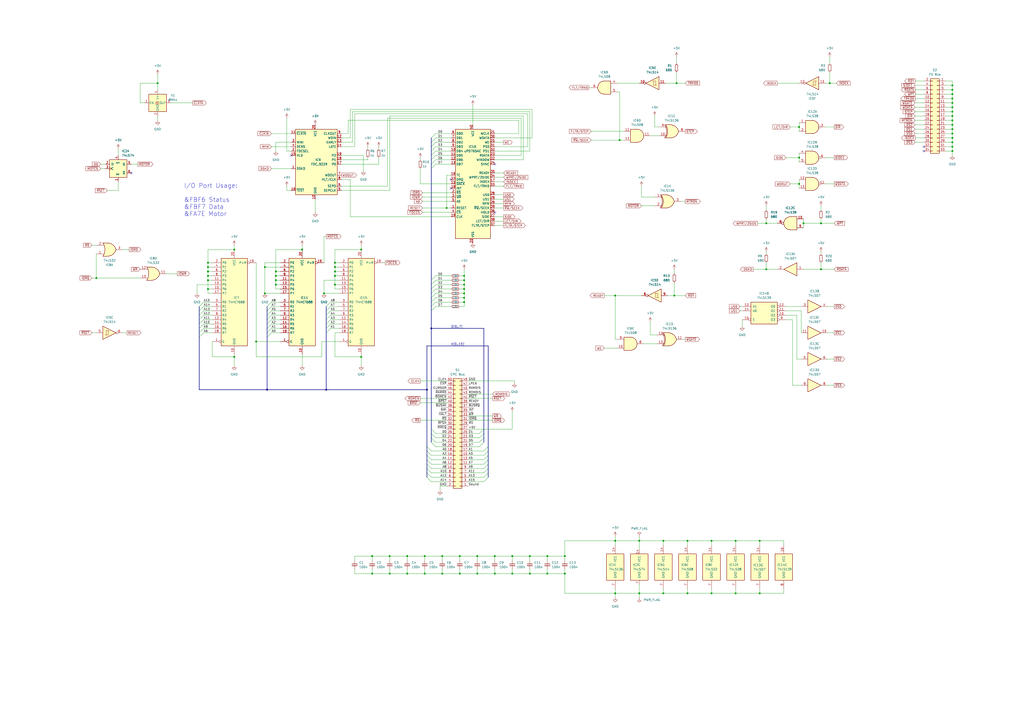
<source format=kicad_sch>
(kicad_sch (version 20211123) (generator eeschema)
  (paper "A2")
  (title_block (title "Vortex F1-D Reproduction") (date "2022-07-14"))
  (junction (at 552.45 77.47))
  (junction (at 226.06 322.58))
  (junction (at 398.78 313.69))
  (junction (at 148.59 198.12))
  (junction (at 226.06 332.74))
  (junction (at 215.9 332.74))
  (junction (at 356.87 313.69))
  (junction (at 256.54 332.74))
  (junction (at 476.25 129.54))
  (junction (at 194.31 154.94))
  (junction (at 287.02 332.74))
  (junction (at 463.55 73.66))
  (junction (at 269.24 162.56))
  (junction (at 120.65 157.48))
  (junction (at 356.87 171.45))
  (junction (at 160.02 157.48))
  (junction (at 370.84 313.69))
  (junction (at 370.84 344.17))
  (junction (at 120.65 154.94))
  (junction (at 160.02 160.02))
  (junction (at 236.22 332.74))
  (junction (at 160.02 165.1))
  (junction (at 120.65 152.4))
  (junction (at 297.18 332.74))
  (junction (at 187.96 170.18))
  (junction (at 552.45 72.39))
  (junction (at 297.18 322.58))
  (junction (at 259.08 120.65))
  (junction (at 269.24 175.26))
  (junction (at 209.55 207.01))
  (junction (at 481.33 48.26))
  (junction (at 440.69 344.17))
  (junction (at 194.31 157.48))
  (junction (at 153.67 170.18))
  (junction (at 247.65 226.06))
  (junction (at 327.66 332.74))
  (junction (at 552.45 85.09))
  (junction (at 160.02 162.56))
  (junction (at 552.45 52.07))
  (junction (at 398.78 344.17))
  (junction (at 215.9 322.58))
  (junction (at 269.24 165.1))
  (junction (at 412.75 313.69))
  (junction (at 463.55 91.44))
  (junction (at 384.81 313.69))
  (junction (at 276.86 322.58))
  (junction (at 135.89 207.01))
  (junction (at 269.24 170.18))
  (junction (at 120.65 162.56))
  (junction (at 384.81 344.17))
  (junction (at 317.5 322.58))
  (junction (at 317.5 332.74))
  (junction (at 476.25 156.21))
  (junction (at 552.45 74.93))
  (junction (at 194.31 152.4))
  (junction (at 55.88 161.29))
  (junction (at 269.24 172.72))
  (junction (at 552.45 64.77))
  (junction (at 153.67 154.94))
  (junction (at 266.7 332.74))
  (junction (at 154.94 226.06))
  (junction (at 356.87 344.17))
  (junction (at 194.31 160.02))
  (junction (at 444.5 156.21))
  (junction (at 552.45 57.15))
  (junction (at 307.34 332.74))
  (junction (at 209.55 144.78))
  (junction (at 466.09 129.54))
  (junction (at 256.54 322.58))
  (junction (at 440.69 313.69))
  (junction (at 269.24 167.64))
  (junction (at 552.45 49.53))
  (junction (at 287.02 322.58))
  (junction (at 276.86 332.74))
  (junction (at 552.45 82.55))
  (junction (at 552.45 67.31))
  (junction (at 189.23 226.06))
  (junction (at 194.31 165.1))
  (junction (at 463.55 106.68))
  (junction (at 552.45 80.01))
  (junction (at 175.26 144.78))
  (junction (at 246.38 322.58))
  (junction (at 359.41 81.28))
  (junction (at 135.89 144.78))
  (junction (at 426.72 313.69))
  (junction (at 444.5 129.54))
  (junction (at 412.75 344.17))
  (junction (at 120.65 160.02))
  (junction (at 269.24 160.02))
  (junction (at 426.72 344.17))
  (junction (at 392.43 48.26))
  (junction (at 552.45 69.85))
  (junction (at 246.38 332.74))
  (junction (at 120.65 167.64))
  (junction (at 307.34 322.58))
  (junction (at 236.22 322.58))
  (junction (at 91.44 48.26))
  (junction (at 327.66 322.58))
  (junction (at 391.16 171.45))
  (junction (at 552.45 87.63))
  (junction (at 250.19 190.5))
  (junction (at 552.45 59.69))
  (junction (at 552.45 54.61))
  (junction (at 552.45 62.23))
  (junction (at 266.7 322.58))
  (no_connect (at 168.91 90.17))
  (no_connect (at 535.94 85.09))
  (no_connect (at 535.94 87.63))
  (no_connect (at 261.62 104.14))
  (no_connect (at 261.62 109.22))
  (no_connect (at 76.2 100.33))
  (no_connect (at 287.02 95.25))
  (no_connect (at 287.02 123.19))
  (bus_entry (at 250.19 162.56) (size 2.54 -2.54))
  (bus_entry (at 247.65 264.16) (size 2.54 2.54))
  (bus_entry (at 157.48 185.42) (size -2.54 2.54))
  (bus_entry (at 250.19 180.34) (size 2.54 -2.54))
  (bus_entry (at 157.48 187.96) (size -2.54 2.54))
  (bus_entry (at 250.19 167.64) (size 2.54 -2.54))
  (bus_entry (at 250.19 177.8) (size 2.54 -2.54))
  (bus_entry (at 247.65 261.62) (size 2.54 2.54))
  (bus_entry (at 250.19 97.79) (size 2.54 -2.54))
  (bus_entry (at 250.19 175.26) (size 2.54 -2.54))
  (bus_entry (at 191.77 190.5) (size -2.54 2.54))
  (bus_entry (at 250.19 170.18) (size 2.54 -2.54))
  (bus_entry (at 118.11 177.8) (size -2.54 2.54))
  (bus_entry (at 118.11 180.34) (size -2.54 2.54))
  (bus_entry (at 118.11 175.26) (size -2.54 2.54))
  (bus_entry (at 157.48 175.26) (size -2.54 2.54))
  (bus_entry (at 157.48 177.8) (size -2.54 2.54))
  (bus_entry (at 118.11 185.42) (size -2.54 2.54))
  (bus_entry (at 118.11 182.88) (size -2.54 2.54))
  (bus_entry (at 157.48 180.34) (size -2.54 2.54))
  (bus_entry (at 157.48 182.88) (size -2.54 2.54))
  (bus_entry (at 118.11 193.04) (size -2.54 2.54))
  (bus_entry (at 118.11 190.5) (size -2.54 2.54))
  (bus_entry (at 118.11 187.96) (size -2.54 2.54))
  (bus_entry (at 247.65 271.78) (size 2.54 2.54))
  (bus_entry (at 247.65 266.7) (size 2.54 2.54))
  (bus_entry (at 157.48 193.04) (size -2.54 2.54))
  (bus_entry (at 191.77 185.42) (size -2.54 2.54))
  (bus_entry (at 191.77 182.88) (size -2.54 2.54))
  (bus_entry (at 157.48 190.5) (size -2.54 2.54))
  (bus_entry (at 191.77 175.26) (size -2.54 2.54))
  (bus_entry (at 250.19 165.1) (size 2.54 -2.54))
  (bus_entry (at 247.65 269.24) (size 2.54 2.54))
  (bus_entry (at 191.77 187.96) (size -2.54 2.54))
  (bus_entry (at 247.65 274.32) (size 2.54 2.54))
  (bus_entry (at 250.19 85.09) (size 2.54 -2.54))
  (bus_entry (at 250.19 80.01) (size 2.54 -2.54))
  (bus_entry (at 250.19 82.55) (size 2.54 -2.54))
  (bus_entry (at 250.19 92.71) (size 2.54 -2.54))
  (bus_entry (at 250.19 87.63) (size 2.54 -2.54))
  (bus_entry (at 250.19 90.17) (size 2.54 -2.54))
  (bus_entry (at 250.19 95.25) (size 2.54 -2.54))
  (bus_entry (at 247.65 276.86) (size 2.54 2.54))
  (bus_entry (at 250.19 172.72) (size 2.54 -2.54))
  (bus_entry (at 250.19 254) (size 2.54 2.54))
  (bus_entry (at 250.19 251.46) (size 2.54 2.54))
  (bus_entry (at 250.19 248.92) (size 2.54 2.54))
  (bus_entry (at 278.13 251.46) (size 2.54 -2.54))
  (bus_entry (at 278.13 254) (size 2.54 -2.54))
  (bus_entry (at 278.13 256.54) (size 2.54 -2.54))
  (bus_entry (at 278.13 259.08) (size 2.54 -2.54))
  (bus_entry (at 250.19 256.54) (size 2.54 2.54))
  (bus_entry (at 247.65 259.08) (size 2.54 2.54))
  (bus_entry (at 191.77 177.8) (size -2.54 2.54))
  (bus_entry (at 191.77 180.34) (size -2.54 2.54))
  (bus_entry (at 280.67 261.62) (size 2.54 -2.54))
  (bus_entry (at 280.67 279.4) (size 2.54 -2.54))
  (bus_entry (at 280.67 276.86) (size 2.54 -2.54))
  (bus_entry (at 280.67 274.32) (size 2.54 -2.54))
  (bus_entry (at 280.67 271.78) (size 2.54 -2.54))
  (bus_entry (at 280.67 266.7) (size 2.54 -2.54))
  (bus_entry (at 280.67 264.16) (size 2.54 -2.54))
  (bus_entry (at 280.67 269.24) (size 2.54 -2.54))
  (wire (pts (xy 194.31 154.94) (xy 194.31 152.4)))
  (wire (pts (xy 191.77 180.34) (xy 196.85 180.34)))
  (wire (pts (xy 436.88 156.21) (xy 444.5 156.21)))
  (wire (pts (xy 166.37 107.95) (xy 166.37 110.49)))
  (wire (pts (xy 377.19 78.74) (xy 382.27 78.74)))
  (wire (pts (xy 194.31 157.48) (xy 194.31 154.94)))
  (wire (pts (xy 245.11 120.65) (xy 259.08 120.65)))
  (bus (pts (xy 189.23 182.88) (xy 189.23 185.42)))
  (wire (pts (xy 391.16 163.83) (xy 391.16 171.45)))
  (wire (pts (xy 157.48 193.04) (xy 162.56 193.04)))
  (wire (pts (xy 53.34 142.24) (xy 55.88 142.24)))
  (wire (pts (xy 266.7 160.02) (xy 269.24 160.02)))
  (wire (pts (xy 429.26 180.34) (xy 430.53 180.34)))
  (wire (pts (xy 135.89 207.01) (xy 135.89 205.74)))
  (wire (pts (xy 271.78 256.54) (xy 278.13 256.54)))
  (wire (pts (xy 118.11 175.26) (xy 123.19 175.26)))
  (wire (pts (xy 269.24 162.56) (xy 269.24 160.02)))
  (bus (pts (xy 247.65 200.66) (xy 247.65 226.06)))
  (bus (pts (xy 250.19 87.63) (xy 250.19 90.17)))
  (wire (pts (xy 530.86 74.93) (xy 535.94 74.93)))
  (wire (pts (xy 271.78 261.62) (xy 280.67 261.62)))
  (wire (pts (xy 317.5 332.74) (xy 307.34 332.74)))
  (wire (pts (xy 478.79 73.66) (xy 483.87 73.66)))
  (wire (pts (xy 480.06 193.04) (xy 483.87 193.04)))
  (wire (pts (xy 118.11 177.8) (xy 123.19 177.8)))
  (wire (pts (xy 252.73 175.26) (xy 261.62 175.26)))
  (wire (pts (xy 476.25 152.4) (xy 476.25 156.21)))
  (wire (pts (xy 530.86 54.61) (xy 535.94 54.61)))
  (wire (pts (xy 466.09 129.54) (xy 466.09 132.08)))
  (wire (pts (xy 205.74 330.2) (xy 205.74 332.74)))
  (bus (pts (xy 115.57 190.5) (xy 115.57 193.04)))
  (bus (pts (xy 283.21 200.66) (xy 283.21 259.08)))
  (wire (pts (xy 266.7 322.58) (xy 256.54 322.58)))
  (wire (pts (xy 379.73 73.66) (xy 382.27 73.66)))
  (wire (pts (xy 548.64 52.07) (xy 552.45 52.07)))
  (wire (pts (xy 530.86 80.01) (xy 535.94 80.01)))
  (wire (pts (xy 359.41 53.34) (xy 359.41 81.28)))
  (wire (pts (xy 194.31 144.78) (xy 209.55 144.78)))
  (wire (pts (xy 148.59 207.01) (xy 148.59 198.12)))
  (wire (pts (xy 162.56 152.4) (xy 153.67 152.4)))
  (wire (pts (xy 271.78 231.14) (xy 285.75 231.14)))
  (wire (pts (xy 370.84 344.17) (xy 370.84 346.71)))
  (wire (pts (xy 203.2 125.73) (xy 261.62 125.73)))
  (wire (pts (xy 271.78 269.24) (xy 280.67 269.24)))
  (wire (pts (xy 252.73 172.72) (xy 261.62 172.72)))
  (wire (pts (xy 194.31 207.01) (xy 209.55 207.01)))
  (wire (pts (xy 392.43 41.91) (xy 392.43 48.26)))
  (wire (pts (xy 530.86 77.47) (xy 535.94 77.47)))
  (wire (pts (xy 548.64 69.85) (xy 552.45 69.85)))
  (wire (pts (xy 123.19 162.56) (xy 120.65 162.56)))
  (wire (pts (xy 198.12 82.55) (xy 204.47 82.55)))
  (wire (pts (xy 455.93 180.34) (xy 464.82 180.34)))
  (wire (pts (xy 276.86 330.2) (xy 276.86 332.74)))
  (bus (pts (xy 247.65 259.08) (xy 247.65 261.62)))
  (wire (pts (xy 210.82 90.17) (xy 210.82 99.06)))
  (wire (pts (xy 271.78 243.84) (xy 285.75 243.84)))
  (wire (pts (xy 198.12 90.17) (xy 210.82 90.17)))
  (wire (pts (xy 342.9 76.2) (xy 361.95 76.2)))
  (wire (pts (xy 269.24 160.02) (xy 269.24 156.21)))
  (wire (pts (xy 81.28 48.26) (xy 91.44 48.26)))
  (wire (pts (xy 245.11 123.19) (xy 261.62 123.19)))
  (bus (pts (xy 250.19 190.5) (xy 250.19 248.92)))
  (wire (pts (xy 194.31 160.02) (xy 194.31 157.48)))
  (wire (pts (xy 462.28 208.28) (xy 462.28 182.88)))
  (wire (pts (xy 327.66 344.17) (xy 356.87 344.17)))
  (wire (pts (xy 255.27 284.48) (xy 255.27 281.94)))
  (wire (pts (xy 196.85 157.48) (xy 194.31 157.48)))
  (wire (pts (xy 426.72 313.69) (xy 440.69 313.69)))
  (wire (pts (xy 287.02 325.12) (xy 287.02 322.58)))
  (bus (pts (xy 154.94 190.5) (xy 154.94 193.04)))
  (wire (pts (xy 455.93 177.8) (xy 464.82 177.8)))
  (wire (pts (xy 252.73 77.47) (xy 261.62 77.47)))
  (wire (pts (xy 307.34 325.12) (xy 307.34 322.58)))
  (wire (pts (xy 196.85 162.56) (xy 187.96 162.56)))
  (wire (pts (xy 444.5 156.21) (xy 450.85 156.21)))
  (bus (pts (xy 250.19 190.5) (xy 280.67 190.5)))
  (wire (pts (xy 157.48 185.42) (xy 162.56 185.42)))
  (wire (pts (xy 548.64 49.53) (xy 552.45 49.53)))
  (wire (pts (xy 372.11 114.3) (xy 372.11 107.95)))
  (wire (pts (xy 266.7 330.2) (xy 266.7 332.74)))
  (wire (pts (xy 266.7 175.26) (xy 269.24 175.26)))
  (wire (pts (xy 271.78 228.6) (xy 285.75 228.6)))
  (wire (pts (xy 271.78 254) (xy 278.13 254)))
  (wire (pts (xy 250.19 269.24) (xy 259.08 269.24)))
  (wire (pts (xy 478.79 106.68) (xy 483.87 106.68)))
  (wire (pts (xy 391.16 171.45) (xy 387.35 171.45)))
  (wire (pts (xy 196.85 165.1) (xy 194.31 165.1)))
  (wire (pts (xy 356.87 311.15) (xy 356.87 313.69)))
  (wire (pts (xy 157.48 85.09) (xy 168.91 85.09)))
  (wire (pts (xy 458.47 73.66) (xy 463.55 73.66)))
  (wire (pts (xy 259.08 120.65) (xy 261.62 120.65)))
  (wire (pts (xy 123.19 170.18) (xy 120.65 170.18)))
  (bus (pts (xy 283.21 264.16) (xy 283.21 266.7)))
  (wire (pts (xy 204.47 82.55) (xy 204.47 64.77)))
  (wire (pts (xy 191.77 190.5) (xy 196.85 190.5)))
  (wire (pts (xy 245.11 116.84) (xy 261.62 116.84)))
  (wire (pts (xy 302.26 90.17) (xy 287.02 90.17)))
  (wire (pts (xy 243.84 231.14) (xy 259.08 231.14)))
  (wire (pts (xy 205.74 322.58) (xy 215.9 322.58)))
  (wire (pts (xy 287.02 125.73) (xy 292.1 125.73)))
  (wire (pts (xy 530.86 64.77) (xy 535.94 64.77)))
  (wire (pts (xy 454.66 313.69) (xy 454.66 316.23)))
  (wire (pts (xy 182.88 123.19) (xy 182.88 115.57)))
  (wire (pts (xy 209.55 207.01) (xy 209.55 212.09)))
  (wire (pts (xy 243.84 106.68) (xy 261.62 106.68)))
  (bus (pts (xy 189.23 187.96) (xy 189.23 190.5)))
  (wire (pts (xy 157.48 175.26) (xy 162.56 175.26)))
  (wire (pts (xy 157.48 177.8) (xy 162.56 177.8)))
  (wire (pts (xy 271.78 274.32) (xy 280.67 274.32)))
  (bus (pts (xy 250.19 92.71) (xy 250.19 95.25)))
  (wire (pts (xy 118.11 185.42) (xy 123.19 185.42)))
  (wire (pts (xy 201.93 69.85) (xy 300.99 69.85)))
  (wire (pts (xy 243.84 97.79) (xy 243.84 106.68)))
  (wire (pts (xy 198.12 92.71) (xy 213.36 92.71)))
  (wire (pts (xy 91.44 43.18) (xy 91.44 48.26)))
  (wire (pts (xy 297.18 332.74) (xy 287.02 332.74)))
  (wire (pts (xy 162.56 157.48) (xy 160.02 157.48)))
  (wire (pts (xy 379.73 67.31) (xy 379.73 73.66)))
  (wire (pts (xy 552.45 87.63) (xy 552.45 90.17)))
  (bus (pts (xy 250.19 170.18) (xy 250.19 172.72)))
  (bus (pts (xy 250.19 162.56) (xy 250.19 165.1)))
  (wire (pts (xy 153.67 170.18) (xy 162.56 170.18)))
  (wire (pts (xy 459.74 223.52) (xy 464.82 223.52)))
  (wire (pts (xy 191.77 182.88) (xy 196.85 182.88)))
  (wire (pts (xy 157.48 190.5) (xy 162.56 190.5)))
  (wire (pts (xy 548.64 85.09) (xy 552.45 85.09)))
  (wire (pts (xy 243.84 220.98) (xy 259.08 220.98)))
  (wire (pts (xy 463.55 104.14) (xy 463.55 106.68)))
  (wire (pts (xy 255.27 281.94) (xy 259.08 281.94)))
  (wire (pts (xy 392.43 48.26) (xy 386.08 48.26)))
  (wire (pts (xy 191.77 185.42) (xy 196.85 185.42)))
  (wire (pts (xy 552.45 77.47) (xy 552.45 80.01)))
  (wire (pts (xy 548.64 46.99) (xy 552.45 46.99)))
  (wire (pts (xy 203.2 104.14) (xy 203.2 125.73)))
  (wire (pts (xy 552.45 80.01) (xy 552.45 82.55)))
  (wire (pts (xy 342.9 50.8) (xy 341.63 50.8)))
  (wire (pts (xy 120.65 162.56) (xy 120.65 160.02)))
  (wire (pts (xy 350.52 171.45) (xy 356.87 171.45)))
  (wire (pts (xy 198.12 95.25) (xy 219.71 95.25)))
  (wire (pts (xy 259.08 101.6) (xy 261.62 101.6)))
  (wire (pts (xy 252.73 90.17) (xy 261.62 90.17)))
  (wire (pts (xy 269.24 172.72) (xy 269.24 170.18)))
  (bus (pts (xy 283.21 261.62) (xy 283.21 264.16)))
  (wire (pts (xy 157.48 97.79) (xy 168.91 97.79)))
  (wire (pts (xy 205.74 325.12) (xy 205.74 322.58)))
  (bus (pts (xy 250.19 167.64) (xy 250.19 170.18)))
  (wire (pts (xy 250.19 264.16) (xy 259.08 264.16)))
  (wire (pts (xy 123.19 198.12) (xy 123.19 207.01)))
  (wire (pts (xy 160.02 144.78) (xy 175.26 144.78)))
  (wire (pts (xy 252.73 251.46) (xy 259.08 251.46)))
  (wire (pts (xy 459.74 185.42) (xy 455.93 185.42)))
  (wire (pts (xy 297.18 325.12) (xy 297.18 322.58)))
  (bus (pts (xy 250.19 90.17) (xy 250.19 92.71)))
  (wire (pts (xy 426.72 341.63) (xy 426.72 344.17)))
  (wire (pts (xy 308.61 80.01) (xy 287.02 80.01)))
  (wire (pts (xy 271.78 276.86) (xy 280.67 276.86)))
  (wire (pts (xy 256.54 322.58) (xy 246.38 322.58)))
  (wire (pts (xy 350.52 201.93) (xy 358.14 201.93)))
  (wire (pts (xy 186.69 207.01) (xy 148.59 207.01)))
  (bus (pts (xy 189.23 190.5) (xy 189.23 193.04)))
  (wire (pts (xy 157.48 187.96) (xy 162.56 187.96)))
  (wire (pts (xy 198.12 77.47) (xy 201.93 77.47)))
  (wire (pts (xy 552.45 64.77) (xy 552.45 67.31)))
  (wire (pts (xy 358.14 53.34) (xy 359.41 53.34)))
  (bus (pts (xy 283.21 269.24) (xy 283.21 271.78)))
  (wire (pts (xy 256.54 332.74) (xy 246.38 332.74)))
  (bus (pts (xy 250.19 165.1) (xy 250.19 167.64)))
  (wire (pts (xy 548.64 80.01) (xy 552.45 80.01)))
  (wire (pts (xy 53.34 161.29) (xy 55.88 161.29)))
  (wire (pts (xy 219.71 95.25) (xy 219.71 91.44)))
  (wire (pts (xy 120.65 167.64) (xy 120.65 162.56)))
  (bus (pts (xy 247.65 200.66) (xy 283.21 200.66)))
  (wire (pts (xy 300.99 77.47) (xy 287.02 77.47)))
  (wire (pts (xy 243.84 91.44) (xy 243.84 92.71)))
  (wire (pts (xy 548.64 74.93) (xy 552.45 74.93)))
  (wire (pts (xy 252.73 92.71) (xy 261.62 92.71)))
  (wire (pts (xy 530.86 49.53) (xy 535.94 49.53)))
  (wire (pts (xy 201.93 77.47) (xy 201.93 69.85)))
  (wire (pts (xy 269.24 175.26) (xy 269.24 172.72)))
  (wire (pts (xy 396.24 196.85) (xy 397.51 196.85)))
  (wire (pts (xy 118.11 190.5) (xy 123.19 190.5)))
  (wire (pts (xy 552.45 46.99) (xy 552.45 49.53)))
  (wire (pts (xy 162.56 162.56) (xy 160.02 162.56)))
  (wire (pts (xy 392.43 48.26) (xy 397.51 48.26)))
  (wire (pts (xy 287.02 102.87) (xy 292.1 102.87)))
  (wire (pts (xy 269.24 167.64) (xy 269.24 165.1)))
  (wire (pts (xy 157.48 77.47) (xy 168.91 77.47)))
  (wire (pts (xy 203.2 63.5) (xy 308.61 63.5)))
  (wire (pts (xy 224.79 107.95) (xy 224.79 68.58)))
  (wire (pts (xy 398.78 313.69) (xy 412.75 313.69)))
  (wire (pts (xy 398.78 344.17) (xy 412.75 344.17)))
  (wire (pts (xy 476.25 127) (xy 476.25 129.54)))
  (wire (pts (xy 356.87 344.17) (xy 356.87 346.71)))
  (wire (pts (xy 252.73 80.01) (xy 261.62 80.01)))
  (wire (pts (xy 397.51 116.84) (xy 394.97 116.84)))
  (wire (pts (xy 226.06 110.49) (xy 226.06 67.31)))
  (wire (pts (xy 287.02 128.27) (xy 292.1 128.27)))
  (wire (pts (xy 530.86 57.15) (xy 535.94 57.15)))
  (wire (pts (xy 530.86 46.99) (xy 535.94 46.99)))
  (wire (pts (xy 168.91 87.63) (xy 166.37 87.63)))
  (wire (pts (xy 384.81 341.63) (xy 384.81 344.17)))
  (wire (pts (xy 226.06 330.2) (xy 226.06 332.74)))
  (wire (pts (xy 530.86 59.69) (xy 535.94 59.69)))
  (wire (pts (xy 243.84 233.68) (xy 259.08 233.68)))
  (wire (pts (xy 307.34 322.58) (xy 317.5 322.58)))
  (wire (pts (xy 274.32 60.96) (xy 274.32 72.39)))
  (wire (pts (xy 476.25 119.38) (xy 476.25 121.92)))
  (wire (pts (xy 153.67 154.94) (xy 162.56 154.94)))
  (wire (pts (xy 356.87 196.85) (xy 358.14 196.85)))
  (wire (pts (xy 266.7 172.72) (xy 269.24 172.72)))
  (wire (pts (xy 266.7 325.12) (xy 266.7 322.58)))
  (wire (pts (xy 203.2 80.01) (xy 203.2 63.5)))
  (wire (pts (xy 440.69 344.17) (xy 426.72 344.17)))
  (wire (pts (xy 463.55 93.98) (xy 463.55 91.44)))
  (wire (pts (xy 160.02 144.78) (xy 160.02 157.48)))
  (wire (pts (xy 552.45 85.09) (xy 552.45 87.63)))
  (wire (pts (xy 157.48 182.88) (xy 162.56 182.88)))
  (wire (pts (xy 123.19 165.1) (xy 114.3 165.1)))
  (wire (pts (xy 266.7 167.64) (xy 269.24 167.64)))
  (wire (pts (xy 548.64 59.69) (xy 552.45 59.69)))
  (wire (pts (xy 412.75 313.69) (xy 412.75 316.23)))
  (wire (pts (xy 480.06 208.28) (xy 483.87 208.28)))
  (wire (pts (xy 439.42 129.54) (xy 444.5 129.54)))
  (wire (pts (xy 276.86 322.58) (xy 266.7 322.58)))
  (wire (pts (xy 306.07 66.04) (xy 306.07 85.09)))
  (wire (pts (xy 454.66 341.63) (xy 454.66 344.17)))
  (bus (pts (xy 280.67 254) (xy 280.67 256.54)))
  (bus (pts (xy 154.94 177.8) (xy 154.94 180.34)))
  (wire (pts (xy 269.24 177.8) (xy 269.24 175.26)))
  (wire (pts (xy 266.7 170.18) (xy 269.24 170.18)))
  (bus (pts (xy 247.65 274.32) (xy 247.65 276.86)))
  (bus (pts (xy 154.94 226.06) (xy 189.23 226.06)))
  (bus (pts (xy 115.57 187.96) (xy 115.57 190.5)))
  (wire (pts (xy 317.5 330.2) (xy 317.5 332.74)))
  (wire (pts (xy 53.34 193.04) (xy 55.88 193.04)))
  (wire (pts (xy 120.65 144.78) (xy 120.65 152.4)))
  (bus (pts (xy 283.21 266.7) (xy 283.21 269.24)))
  (wire (pts (xy 83.82 59.69) (xy 81.28 59.69)))
  (wire (pts (xy 548.64 57.15) (xy 552.45 57.15)))
  (wire (pts (xy 552.45 72.39) (xy 552.45 74.93)))
  (wire (pts (xy 412.75 344.17) (xy 426.72 344.17)))
  (wire (pts (xy 356.87 171.45) (xy 356.87 196.85)))
  (wire (pts (xy 463.55 48.26) (xy 450.85 48.26)))
  (wire (pts (xy 187.96 137.16) (xy 189.23 137.16)))
  (wire (pts (xy 317.5 322.58) (xy 327.66 322.58)))
  (wire (pts (xy 485.14 48.26) (xy 481.33 48.26)))
  (bus (pts (xy 283.21 271.78) (xy 283.21 274.32)))
  (wire (pts (xy 552.45 69.85) (xy 552.45 72.39)))
  (bus (pts (xy 247.65 271.78) (xy 247.65 274.32)))
  (wire (pts (xy 287.02 118.11) (xy 292.1 118.11)))
  (wire (pts (xy 123.19 167.64) (xy 120.65 167.64)))
  (wire (pts (xy 196.85 198.12) (xy 186.69 198.12)))
  (wire (pts (xy 297.18 330.2) (xy 297.18 332.74)))
  (wire (pts (xy 250.19 276.86) (xy 259.08 276.86)))
  (wire (pts (xy 68.58 110.49) (xy 68.58 105.41)))
  (wire (pts (xy 548.64 62.23) (xy 552.45 62.23)))
  (wire (pts (xy 160.02 167.64) (xy 160.02 165.1)))
  (wire (pts (xy 91.44 48.26) (xy 91.44 52.07)))
  (wire (pts (xy 530.86 67.31) (xy 535.94 67.31)))
  (wire (pts (xy 219.71 85.09) (xy 219.71 86.36)))
  (wire (pts (xy 236.22 330.2) (xy 236.22 332.74)))
  (wire (pts (xy 252.73 95.25) (xy 261.62 95.25)))
  (wire (pts (xy 71.12 144.78) (xy 74.93 144.78)))
  (bus (pts (xy 283.21 274.32) (xy 283.21 276.86)))
  (wire (pts (xy 297.18 248.92) (xy 297.18 238.76)))
  (wire (pts (xy 552.45 82.55) (xy 552.45 85.09)))
  (wire (pts (xy 160.02 82.55) (xy 160.02 87.63)))
  (wire (pts (xy 552.45 62.23) (xy 552.45 64.77)))
  (wire (pts (xy 194.31 193.04) (xy 194.31 207.01)))
  (bus (pts (xy 250.19 180.34) (xy 250.19 190.5)))
  (wire (pts (xy 252.73 254) (xy 259.08 254)))
  (wire (pts (xy 250.19 279.4) (xy 259.08 279.4)))
  (wire (pts (xy 123.19 207.01) (xy 135.89 207.01)))
  (wire (pts (xy 552.45 59.69) (xy 552.45 62.23)))
  (wire (pts (xy 391.16 156.21) (xy 391.16 158.75)))
  (wire (pts (xy 186.69 198.12) (xy 186.69 207.01)))
  (wire (pts (xy 175.26 205.74) (xy 175.26 212.09)))
  (bus (pts (xy 154.94 180.34) (xy 154.94 182.88)))
  (wire (pts (xy 287.02 82.55) (xy 292.1 82.55)))
  (wire (pts (xy 120.65 152.4) (xy 123.19 152.4)))
  (wire (pts (xy 356.87 341.63) (xy 356.87 344.17)))
  (wire (pts (xy 430.53 185.42) (xy 430.53 189.23)))
  (wire (pts (xy 226.06 332.74) (xy 215.9 332.74)))
  (wire (pts (xy 271.78 279.4) (xy 280.67 279.4)))
  (wire (pts (xy 548.64 87.63) (xy 552.45 87.63)))
  (wire (pts (xy 307.34 330.2) (xy 307.34 332.74)))
  (wire (pts (xy 303.53 67.31) (xy 303.53 92.71)))
  (wire (pts (xy 464.82 193.04) (xy 464.82 180.34)))
  (wire (pts (xy 236.22 322.58) (xy 226.06 322.58)))
  (wire (pts (xy 123.19 160.02) (xy 120.65 160.02)))
  (bus (pts (xy 189.23 193.04) (xy 189.23 226.06)))
  (wire (pts (xy 162.56 160.02) (xy 160.02 160.02)))
  (wire (pts (xy 377.19 194.31) (xy 377.19 186.69)))
  (wire (pts (xy 370.84 311.15) (xy 370.84 313.69)))
  (wire (pts (xy 455.93 182.88) (xy 462.28 182.88)))
  (wire (pts (xy 372.11 171.45) (xy 356.87 171.45)))
  (wire (pts (xy 412.75 313.69) (xy 426.72 313.69)))
  (bus (pts (xy 154.94 187.96) (xy 154.94 190.5)))
  (bus (pts (xy 247.65 226.06) (xy 247.65 259.08)))
  (wire (pts (xy 259.08 101.6) (xy 259.08 120.65)))
  (wire (pts (xy 81.28 59.69) (xy 81.28 48.26)))
  (wire (pts (xy 444.5 152.4) (xy 444.5 156.21)))
  (wire (pts (xy 198.12 104.14) (xy 203.2 104.14)))
  (wire (pts (xy 454.66 344.17) (xy 440.69 344.17)))
  (wire (pts (xy 118.11 187.96) (xy 123.19 187.96)))
  (wire (pts (xy 205.74 85.09) (xy 205.74 66.04)))
  (wire (pts (xy 384.81 313.69) (xy 398.78 313.69)))
  (wire (pts (xy 463.55 88.9) (xy 463.55 91.44)))
  (wire (pts (xy 194.31 144.78) (xy 194.31 152.4)))
  (wire (pts (xy 478.79 91.44) (xy 483.87 91.44)))
  (wire (pts (xy 120.65 154.94) (xy 120.65 152.4)))
  (wire (pts (xy 205.74 66.04) (xy 306.07 66.04)))
  (wire (pts (xy 398.78 341.63) (xy 398.78 344.17)))
  (wire (pts (xy 287.02 330.2) (xy 287.02 332.74)))
  (wire (pts (xy 412.75 341.63) (xy 412.75 344.17)))
  (wire (pts (xy 327.66 313.69) (xy 356.87 313.69)))
  (wire (pts (xy 245.11 114.3) (xy 261.62 114.3)))
  (bus (pts (xy 115.57 180.34) (xy 115.57 182.88)))
  (wire (pts (xy 187.96 162.56) (xy 187.96 170.18)))
  (wire (pts (xy 157.48 180.34) (xy 162.56 180.34)))
  (wire (pts (xy 327.66 332.74) (xy 327.66 344.17)))
  (wire (pts (xy 166.37 110.49) (xy 168.91 110.49)))
  (wire (pts (xy 252.73 170.18) (xy 261.62 170.18)))
  (bus (pts (xy 250.19 80.01) (xy 250.19 82.55)))
  (wire (pts (xy 271.78 241.3) (xy 285.75 241.3)))
  (wire (pts (xy 252.73 259.08) (xy 259.08 259.08)))
  (wire (pts (xy 252.73 82.55) (xy 261.62 82.55)))
  (wire (pts (xy 68.58 86.36) (xy 68.58 90.17)))
  (wire (pts (xy 444.5 129.54) (xy 450.85 129.54)))
  (wire (pts (xy 476.25 146.05) (xy 476.25 147.32)))
  (wire (pts (xy 252.73 87.63) (xy 261.62 87.63)))
  (wire (pts (xy 271.78 271.78) (xy 280.67 271.78)))
  (wire (pts (xy 370.84 344.17) (xy 356.87 344.17)))
  (wire (pts (xy 191.77 187.96) (xy 196.85 187.96)))
  (wire (pts (xy 530.86 69.85) (xy 535.94 69.85)))
  (wire (pts (xy 196.85 152.4) (xy 194.31 152.4)))
  (wire (pts (xy 392.43 33.02) (xy 392.43 36.83)))
  (wire (pts (xy 459.74 185.42) (xy 459.74 223.52)))
  (wire (pts (xy 243.84 243.84) (xy 259.08 243.84)))
  (wire (pts (xy 252.73 162.56) (xy 261.62 162.56)))
  (bus (pts (xy 247.65 261.62) (xy 247.65 264.16)))
  (bus (pts (xy 250.19 82.55) (xy 250.19 85.09)))
  (wire (pts (xy 552.45 67.31) (xy 552.45 69.85)))
  (bus (pts (xy 250.19 254) (xy 250.19 256.54)))
  (wire (pts (xy 135.89 142.24) (xy 135.89 144.78)))
  (bus (pts (xy 189.23 177.8) (xy 189.23 180.34)))
  (wire (pts (xy 246.38 325.12) (xy 246.38 322.58)))
  (wire (pts (xy 153.67 154.94) (xy 153.67 170.18)))
  (wire (pts (xy 373.38 199.39) (xy 381 199.39)))
  (bus (pts (xy 280.67 248.92) (xy 280.67 251.46)))
  (wire (pts (xy 552.45 74.93) (xy 552.45 77.47)))
  (bus (pts (xy 115.57 226.06) (xy 154.94 226.06)))
  (wire (pts (xy 298.45 220.98) (xy 271.78 220.98)))
  (bus (pts (xy 250.19 175.26) (xy 250.19 177.8)))
  (wire (pts (xy 250.19 271.78) (xy 259.08 271.78)))
  (wire (pts (xy 361.95 81.28) (xy 359.41 81.28)))
  (wire (pts (xy 266.7 162.56) (xy 269.24 162.56)))
  (wire (pts (xy 224.79 68.58) (xy 302.26 68.58)))
  (wire (pts (xy 196.85 167.64) (xy 194.31 167.64)))
  (wire (pts (xy 530.86 52.07) (xy 535.94 52.07)))
  (bus (pts (xy 115.57 185.42) (xy 115.57 187.96)))
  (wire (pts (xy 463.55 73.66) (xy 463.55 76.2)))
  (wire (pts (xy 297.18 322.58) (xy 287.02 322.58)))
  (wire (pts (xy 384.81 313.69) (xy 384.81 316.23)))
  (wire (pts (xy 162.56 167.64) (xy 160.02 167.64)))
  (wire (pts (xy 298.45 222.25) (xy 298.45 220.98)))
  (wire (pts (xy 287.02 100.33) (xy 292.1 100.33)))
  (wire (pts (xy 148.59 198.12) (xy 162.56 198.12)))
  (wire (pts (xy 266.7 177.8) (xy 269.24 177.8)))
  (bus (pts (xy 250.19 97.79) (xy 250.19 162.56)))
  (wire (pts (xy 481.33 48.26) (xy 478.79 48.26)))
  (wire (pts (xy 440.69 313.69) (xy 454.66 313.69)))
  (wire (pts (xy 120.65 170.18) (xy 120.65 167.64)))
  (wire (pts (xy 426.72 313.69) (xy 426.72 316.23)))
  (wire (pts (xy 236.22 332.74) (xy 226.06 332.74)))
  (wire (pts (xy 62.23 110.49) (xy 68.58 110.49)))
  (wire (pts (xy 91.44 67.31) (xy 91.44 69.85)))
  (wire (pts (xy 198.12 107.95) (xy 224.79 107.95)))
  (wire (pts (xy 548.64 72.39) (xy 552.45 72.39)))
  (bus (pts (xy 154.94 185.42) (xy 154.94 187.96)))
  (wire (pts (xy 463.55 106.68) (xy 463.55 109.22)))
  (wire (pts (xy 356.87 313.69) (xy 356.87 316.23)))
  (wire (pts (xy 317.5 325.12) (xy 317.5 322.58)))
  (wire (pts (xy 271.78 259.08) (xy 278.13 259.08)))
  (wire (pts (xy 246.38 322.58) (xy 236.22 322.58)))
  (wire (pts (xy 215.9 332.74) (xy 215.9 330.2)))
  (wire (pts (xy 370.84 313.69) (xy 370.84 318.77)))
  (wire (pts (xy 196.85 154.94) (xy 194.31 154.94)))
  (wire (pts (xy 462.28 208.28) (xy 464.82 208.28)))
  (bus (pts (xy 250.19 85.09) (xy 250.19 87.63)))
  (wire (pts (xy 252.73 256.54) (xy 259.08 256.54)))
  (wire (pts (xy 252.73 160.02) (xy 261.62 160.02)))
  (wire (pts (xy 246.38 332.74) (xy 236.22 332.74)))
  (wire (pts (xy 302.26 68.58) (xy 302.26 90.17)))
  (bus (pts (xy 250.19 95.25) (xy 250.19 97.79)))
  (wire (pts (xy 58.42 97.79) (xy 60.96 97.79)))
  (wire (pts (xy 327.66 332.74) (xy 317.5 332.74)))
  (bus (pts (xy 189.23 185.42) (xy 189.23 187.96)))
  (wire (pts (xy 548.64 67.31) (xy 552.45 67.31)))
  (wire (pts (xy 287.02 332.74) (xy 276.86 332.74)))
  (wire (pts (xy 530.86 72.39) (xy 535.94 72.39)))
  (wire (pts (xy 135.89 212.09) (xy 135.89 207.01)))
  (wire (pts (xy 276.86 325.12) (xy 276.86 322.58)))
  (bus (pts (xy 115.57 177.8) (xy 115.57 180.34)))
  (wire (pts (xy 303.53 92.71) (xy 287.02 92.71)))
  (wire (pts (xy 370.84 313.69) (xy 384.81 313.69)))
  (wire (pts (xy 168.91 82.55) (xy 160.02 82.55)))
  (wire (pts (xy 307.34 64.77) (xy 307.34 87.63)))
  (wire (pts (xy 166.37 87.63) (xy 166.37 68.58)))
  (wire (pts (xy 252.73 85.09) (xy 261.62 85.09)))
  (wire (pts (xy 271.78 264.16) (xy 280.67 264.16)))
  (wire (pts (xy 548.64 77.47) (xy 552.45 77.47)))
  (wire (pts (xy 287.02 113.03) (xy 292.1 113.03)))
  (wire (pts (xy 463.55 71.12) (xy 463.55 73.66)))
  (wire (pts (xy 287.02 105.41) (xy 292.1 105.41)))
  (wire (pts (xy 552.45 54.61) (xy 552.45 57.15)))
  (wire (pts (xy 287.02 120.65) (xy 292.1 120.65)))
  (wire (pts (xy 120.65 144.78) (xy 135.89 144.78)))
  (wire (pts (xy 160.02 165.1) (xy 160.02 162.56)))
  (wire (pts (xy 250.19 266.7) (xy 259.08 266.7)))
  (wire (pts (xy 55.88 161.29) (xy 81.28 161.29)))
  (wire (pts (xy 370.84 48.26) (xy 358.14 48.26)))
  (wire (pts (xy 196.85 160.02) (xy 194.31 160.02)))
  (wire (pts (xy 466.09 127) (xy 466.09 129.54)))
  (wire (pts (xy 148.59 152.4) (xy 148.59 198.12)))
  (wire (pts (xy 118.11 180.34) (xy 123.19 180.34)))
  (wire (pts (xy 476.25 156.21) (xy 466.09 156.21)))
  (bus (pts (xy 250.19 251.46) (xy 250.19 254)))
  (wire (pts (xy 444.5 119.38) (xy 444.5 121.92)))
  (wire (pts (xy 481.33 33.02) (xy 481.33 36.83)))
  (wire (pts (xy 327.66 330.2) (xy 327.66 332.74)))
  (wire (pts (xy 226.06 322.58) (xy 215.9 322.58)))
  (wire (pts (xy 120.65 160.02) (xy 120.65 157.48)))
  (wire (pts (xy 370.84 339.09) (xy 370.84 344.17)))
  (bus (pts (xy 250.19 172.72) (xy 250.19 175.26)))
  (wire (pts (xy 381 194.31) (xy 377.19 194.31)))
  (wire (pts (xy 481.33 41.91) (xy 481.33 48.26)))
  (wire (pts (xy 276.86 332.74) (xy 266.7 332.74)))
  (wire (pts (xy 398.78 313.69) (xy 398.78 316.23)))
  (wire (pts (xy 191.77 175.26) (xy 196.85 175.26)))
  (wire (pts (xy 379.73 114.3) (xy 372.11 114.3)))
  (wire (pts (xy 58.42 95.25) (xy 60.96 95.25)))
  (wire (pts (xy 548.64 82.55) (xy 552.45 82.55)))
  (wire (pts (xy 552.45 57.15) (xy 552.45 59.69)))
  (wire (pts (xy 194.31 165.1) (xy 194.31 160.02)))
  (wire (pts (xy 250.19 274.32) (xy 259.08 274.32)))
  (wire (pts (xy 96.52 158.75) (xy 102.87 158.75)))
  (wire (pts (xy 327.66 325.12) (xy 327.66 322.58)))
  (wire (pts (xy 280.67 248.92) (xy 297.18 248.92)))
  (wire (pts (xy 548.64 64.77) (xy 552.45 64.77)))
  (wire (pts (xy 114.3 165.1) (xy 114.3 170.18)))
  (wire (pts (xy 287.02 130.81) (xy 292.1 130.81)))
  (bus (pts (xy 250.19 177.8) (xy 250.19 180.34)))
  (wire (pts (xy 548.64 54.61) (xy 552.45 54.61)))
  (wire (pts (xy 458.47 106.68) (xy 463.55 106.68)))
  (wire (pts (xy 226.06 325.12) (xy 226.06 322.58)))
  (wire (pts (xy 269.24 170.18) (xy 269.24 167.64)))
  (wire (pts (xy 269.24 165.1) (xy 269.24 162.56)))
  (wire (pts (xy 252.73 165.1) (xy 261.62 165.1)))
  (wire (pts (xy 271.78 251.46) (xy 278.13 251.46)))
  (wire (pts (xy 246.38 330.2) (xy 246.38 332.74)))
  (wire (pts (xy 204.47 64.77) (xy 307.34 64.77)))
  (wire (pts (xy 307.34 87.63) (xy 287.02 87.63)))
  (wire (pts (xy 76.2 95.25) (xy 80.01 95.25)))
  (wire (pts (xy 480.06 177.8) (xy 483.87 177.8)))
  (bus (pts (xy 115.57 195.58) (xy 115.57 226.06)))
  (wire (pts (xy 300.99 69.85) (xy 300.99 77.47)))
  (wire (pts (xy 194.31 167.64) (xy 194.31 165.1)))
  (wire (pts (xy 123.19 154.94) (xy 120.65 154.94)))
  (wire (pts (xy 118.11 182.88) (xy 123.19 182.88)))
  (wire (pts (xy 476.25 156.21) (xy 483.87 156.21)))
  (wire (pts (xy 198.12 110.49) (xy 226.06 110.49)))
  (bus (pts (xy 115.57 193.04) (xy 115.57 195.58)))
  (wire (pts (xy 213.36 85.09) (xy 213.36 86.36)))
  (wire (pts (xy 327.66 322.58) (xy 327.66 313.69)))
  (wire (pts (xy 444.5 146.05) (xy 444.5 147.32)))
  (wire (pts (xy 440.69 313.69) (xy 440.69 316.23)))
  (bus (pts (xy 189.23 226.06) (xy 247.65 226.06)))
  (wire (pts (xy 287.02 115.57) (xy 292.1 115.57)))
  (wire (pts (xy 120.65 157.48) (xy 120.65 154.94)))
  (wire (pts (xy 266.7 165.1) (xy 269.24 165.1)))
  (wire (pts (xy 306.07 85.09) (xy 287.02 85.09)))
  (wire (pts (xy 198.12 80.01) (xy 203.2 80.01)))
  (wire (pts (xy 530.86 82.55) (xy 535.94 82.55)))
  (wire (pts (xy 209.55 142.24) (xy 209.55 144.78)))
  (wire (pts (xy 280.67 248.92) (xy 271.78 248.92)))
  (bus (pts (xy 247.65 269.24) (xy 247.65 271.78)))
  (wire (pts (xy 398.78 344.17) (xy 384.81 344.17)))
  (wire (pts (xy 440.69 341.63) (xy 440.69 344.17)))
  (wire (pts (xy 55.88 147.32) (xy 55.88 161.29)))
  (wire (pts (xy 187.96 152.4) (xy 187.96 137.16)))
  (wire (pts (xy 266.7 332.74) (xy 256.54 332.74)))
  (bus (pts (xy 247.65 264.16) (xy 247.65 266.7)))
  (bus (pts (xy 280.67 251.46) (xy 280.67 254)))
  (wire (pts (xy 384.81 344.17) (xy 370.84 344.17)))
  (wire (pts (xy 287.02 322.58) (xy 276.86 322.58)))
  (wire (pts (xy 256.54 330.2) (xy 256.54 332.74)))
  (wire (pts (xy 252.73 177.8) (xy 261.62 177.8)))
  (wire (pts (xy 205.74 332.74) (xy 215.9 332.74)))
  (wire (pts (xy 397.51 171.45) (xy 391.16 171.45)))
  (wire (pts (xy 160.02 160.02) (xy 160.02 157.48)))
  (wire (pts (xy 245.11 111.76) (xy 261.62 111.76)))
  (wire (pts (xy 308.61 63.5) (xy 308.61 80.01)))
  (bus (pts (xy 189.23 180.34) (xy 189.23 182.88)))
  (wire (pts (xy 71.12 193.04) (xy 73.66 193.04)))
  (wire (pts (xy 271.78 266.7) (xy 280.67 266.7)))
  (wire (pts (xy 153.67 152.4) (xy 153.67 154.94)))
  (wire (pts (xy 307.34 332.74) (xy 297.18 332.74)))
  (wire (pts (xy 175.26 142.24) (xy 175.26 144.78)))
  (bus (pts (xy 280.67 190.5) (xy 280.67 248.92)))
  (wire (pts (xy 252.73 167.64) (xy 261.62 167.64)))
  (wire (pts (xy 476.25 129.54) (xy 483.87 129.54)))
  (bus (pts (xy 115.57 182.88) (xy 115.57 185.42)))
  (wire (pts (xy 123.19 157.48) (xy 120.65 157.48)))
  (wire (pts (xy 480.06 223.52) (xy 483.87 223.52)))
  (wire (pts (xy 552.45 52.07) (xy 552.45 54.61)))
  (wire (pts (xy 455.93 91.44) (xy 463.55 91.44)))
  (wire (pts (xy 215.9 322.58) (xy 215.9 325.12)))
  (wire (pts (xy 552.45 49.53) (xy 552.45 52.07)))
  (wire (pts (xy 209.55 205.74) (xy 209.55 207.01)))
  (wire (pts (xy 213.36 92.71) (xy 213.36 91.44)))
  (bus (pts (xy 154.94 195.58) (xy 154.94 226.06)))
  (wire (pts (xy 342.9 81.28) (xy 359.41 81.28)))
  (wire (pts (xy 530.86 62.23) (xy 535.94 62.23)))
  (wire (pts (xy 196.85 170.18) (xy 187.96 170.18)))
  (bus (pts (xy 250.19 248.92) (xy 250.19 251.46)))
  (wire (pts (xy 250.19 261.62) (xy 259.08 261.62)))
  (wire (pts (xy 236.22 325.12) (xy 236.22 322.58)))
  (wire (pts (xy 118.11 193.04) (xy 123.19 193.04)))
  (wire (pts (xy 222.25 152.4) (xy 223.52 152.4)))
  (bus (pts (xy 283.21 259.08) (xy 283.21 261.62)))
  (wire (pts (xy 99.06 59.69) (xy 111.76 59.69)))
  (wire (pts (xy 307.34 322.58) (xy 297.18 322.58)))
  (wire (pts (xy 196.85 193.04) (xy 194.31 193.04)))
  (wire (pts (xy 429.26 177.8) (xy 430.53 177.8)))
  (wire (pts (xy 287.02 107.95) (xy 292.1 107.95)))
  (bus (pts (xy 247.65 266.7) (xy 247.65 269.24)))
  (wire (pts (xy 226.06 67.31) (xy 303.53 67.31)))
  (wire (pts (xy 466.09 129.54) (xy 476.25 129.54)))
  (wire (pts (xy 256.54 325.12) (xy 256.54 322.58)))
  (wire (pts (xy 162.56 165.1) (xy 160.02 165.1)))
  (wire (pts (xy 160.02 162.56) (xy 160.02 160.02)))
  (bus (pts (xy 154.94 193.04) (xy 154.94 195.58)))
  (wire (pts (xy 198.12 85.09) (xy 205.74 85.09)))
  (wire (pts (xy 191.77 177.8) (xy 196.85 177.8)))
  (wire (pts (xy 356.87 313.69) (xy 370.84 313.69)))
  (bus (pts (xy 154.94 182.88) (xy 154.94 185.42)))
  (wire (pts (xy 372.11 119.38) (xy 379.73 119.38)))
  (wire (pts (xy 444.5 129.54) (xy 444.5 127)))
  (text "I/O Port Usage:\n\n&FBF6 Status\n&FBF7 Data\n&FA7E Motor" (at 106.68 125.73 0) (effects (font (size 2.54 2.54)) (justify left bottom)))
  (label "~{HALT}" (at 259.08 241.3 180))
  (label "A6" (at 118.11 193.04 0))
  (label "D3" (at 271.78 254 0))
  (label "A13" (at 271.78 276.86 0))
  (label "A14" (at 118.11 177.8 0))
  (label "~{WR}" (at 271.78 241.3 0))
  (label "READY" (at 271.78 233.68 0))
  (label "A0" (at 259.08 261.62 180))
  (label "D0" (at 254 160.02 0))
  (label "D1" (at 271.78 251.46 0))
  (label "~{MREQ}" (at 259.08 248.92 180))
  (label "~{BUSAK}" (at 259.08 236.22 180))
  (label "D[0..7]" (at 261.62 190.5 0))
  (label "D1" (at 254 80.01 0))
  (label "A11" (at 118.11 185.42 0))
  (label "A15" (at 271.78 279.4 0))
  (label "A14" (at 259.08 279.4 180))
  (label "~{NMI}" (at 259.08 238.76 180))
  (label "A8" (at 259.08 271.78 180))
  (label "~{RSET}" (at 271.78 231.14 0))
  (label "A12" (at 118.11 182.88 0))
  (label "~{IORQ}" (at 271.78 243.84 0))
  (label "~{BUSRQ}" (at 271.78 236.22 0))
  (label "A5" (at 271.78 266.7 0))
  (label "D6" (at 259.08 259.08 180))
  (label "D3" (at 254 85.09 0))
  (label "A13" (at 118.11 180.34 0))
  (label "A9" (at 271.78 271.78 0))
  (label "D2" (at 254 165.1 0))
  (label "D5" (at 271.78 256.54 0))
  (label "A3" (at 191.77 185.42 0))
  (label "A8" (at 191.77 175.26 0))
  (label "A2" (at 157.48 187.96 0))
  (label "~{M1}" (at 271.78 246.38 0))
  (label "CLK4" (at 259.08 220.98 180))
  (label "D6" (at 254 92.71 0))
  (label "A10" (at 118.11 187.96 0))
  (label "~{RAMRD}" (at 259.08 228.6 180))
  (label "A2" (at 259.08 264.16 180))
  (label "~{EXP}" (at 259.08 223.52 180))
  (label "D3" (at 254 167.64 0))
  (label "A5" (at 191.77 180.34 0))
  (label "ROMDIS" (at 271.78 228.6 0))
  (label "A2" (at 191.77 187.96 0))
  (label "~{INT}" (at 271.78 238.76 0))
  (label "A15" (at 118.11 175.26 0))
  (label "~{ROMEN}" (at 259.08 231.14 180))
  (label "A1" (at 191.77 190.5 0))
  (label "A12" (at 259.08 276.86 180))
  (label "A[0..15]" (at 261.62 200.66 0))
  (label "A5" (at 157.48 180.34 0))
  (label "D2" (at 254 82.55 0))
  (label "A10" (at 259.08 274.32 180))
  (label "A7" (at 157.48 177.8 0))
  (label "~{RD}" (at 259.08 243.84 180))
  (label "A6" (at 259.08 269.24 180))
  (label "CURSOR" (at 259.08 226.06 180))
  (label "A3" (at 157.48 185.42 0))
  (label "Sound" (at 271.78 281.94 0))
  (label "~{BRST}" (at 259.08 233.68 180))
  (label "D2" (at 259.08 254 180))
  (label "D4" (at 254 87.63 0))
  (label "A0" (at 157.48 193.04 0))
  (label "D1" (at 254 162.56 0))
  (label "A3" (at 271.78 264.16 0))
  (label "RAMDIS" (at 271.78 226.06 0))
  (label "D0" (at 254 77.47 0))
  (label "LPEN" (at 271.78 223.52 0))
  (label "A4" (at 259.08 266.7 180))
  (label "D7" (at 254 177.8 0))
  (label "A4" (at 157.48 182.88 0))
  (label "D4" (at 254 170.18 0))
  (label "A1" (at 157.48 190.5 0))
  (label "A9" (at 118.11 190.5 0))
  (label "~{RFSH}" (at 259.08 246.38 180))
  (label "D0" (at 259.08 251.46 180))
  (label "GND" (at 259.08 281.94 180))
  (label "D5" (at 254 172.72 0))
  (label "A7" (at 271.78 269.24 0))
  (label "A7" (at 191.77 177.8 0))
  (label "A4" (at 191.77 182.88 0))
  (label "A1" (at 271.78 261.62 0))
  (label "D7" (at 254 95.25 0))
  (label "+5V" (at 271.78 248.92 0))
  (label "D5" (at 254 90.17 0))
  (label "A8" (at 157.48 175.26 0))
  (label "D6" (at 254 175.26 0))
  (label "A11" (at 271.78 274.32 0))
  (label "D4" (at 259.08 256.54 180))
  (label "GND" (at 271.78 220.98 0))
  (label "D7" (at 271.78 259.08 0))
  (global_label "~{RDY}" (shape output) (at 530.86 46.99 180) (property "Intersheet References" "${INTERSHEET_REFS}" (effects hide)))
  (global_label "~{TRK00}" (shape output) (at 530.86 57.15 180) (property "Intersheet References" "${INTERSHEET_REFS}" (effects hide)))
  (global_label "WDOUT" (shape output) (at 198.12 101.6 0) (property "Intersheet References" "${INTERSHEET_REFS}" (effects hide)))
  (global_label "US1" (shape input) (at 429.26 180.34 180) (property "Intersheet References" "${INTERSHEET_REFS}" (effects hide)))
  (global_label "~{WR}" (shape input) (at 81.28 156.21 180) (property "Intersheet References" "${INTERSHEET_REFS}" (effects hide)))
  (global_label "~{FDCCS}" (shape output) (at 223.52 152.4 0) (property "Intersheet References" "${INTERSHEET_REFS}" (effects hide)))
  (global_label "READY" (shape input) (at 292.1 100.33 0) (property "Intersheet References" "${INTERSHEET_REFS}" (effects hide)))
  (global_label "~{RDATA}" (shape input) (at 483.87 156.21 0) (property "Intersheet References" "${INTERSHEET_REFS}" (effects hide)))
  (global_label "SIDE" (shape input) (at 455.93 91.44 180) (property "Intersheet References" "${INTERSHEET_REFS}" (effects hide)))
  (global_label "~{WGATE}" (shape input) (at 530.86 59.69 180) (property "Intersheet References" "${INTERSHEET_REFS}" (effects hide)))
  (global_label "~{RD}" (shape output) (at 243.84 243.84 180) (property "Intersheet References" "${INTERSHEET_REFS}" (effects hide)))
  (global_label "SIDE" (shape output) (at 292.1 125.73 0) (property "Intersheet References" "${INTERSHEET_REFS}" (effects hide)))
  (global_label "~{IORQ}" (shape output) (at 285.75 243.84 0) (property "Intersheet References" "${INTERSHEET_REFS}" (effects hide)))
  (global_label "~{DS2}" (shape output) (at 483.87 208.28 0) (property "Intersheet References" "${INTERSHEET_REFS}" (effects hide)))
  (global_label "~{WGATE}" (shape output) (at 397.51 196.85 0) (property "Intersheet References" "${INTERSHEET_REFS}" (effects hide)))
  (global_label "~{RDY}" (shape input) (at 397.51 171.45 0) (property "Intersheet References" "${INTERSHEET_REFS}" (effects hide)))
  (global_label "~{DS0}" (shape input) (at 530.86 77.47 180) (property "Intersheet References" "${INTERSHEET_REFS}" (effects hide)))
  (global_label "MFM" (shape output) (at 292.1 118.11 0) (property "Intersheet References" "${INTERSHEET_REFS}" (effects hide)))
  (global_label "D0" (shape input) (at 58.42 95.25 180) (property "Intersheet References" "${INTERSHEET_REFS}" (effects hide)))
  (global_label "~{RDATA}" (shape output) (at 530.86 52.07 180) (property "Intersheet References" "${INTERSHEET_REFS}" (effects hide)))
  (global_label "~{RW}{slash}SEEK" (shape output) (at 292.1 120.65 0) (property "Intersheet References" "${INTERSHEET_REFS}" (effects hide)))
  (global_label "~{BRST}" (shape input) (at 243.84 233.68 180) (property "Intersheet References" "${INTERSHEET_REFS}" (effects hide)))
  (global_label "LCT{slash}DIR" (shape output) (at 292.1 128.27 0) (property "Intersheet References" "${INTERSHEET_REFS}" (effects hide)))
  (global_label "~{DS3}" (shape output) (at 483.87 223.52 0) (property "Intersheet References" "${INTERSHEET_REFS}" (effects hide)))
  (global_label "WE" (shape input) (at 350.52 201.93 180) (property "Intersheet References" "${INTERSHEET_REFS}" (effects hide)))
  (global_label "~{DS2}" (shape input) (at 530.86 72.39 180) (property "Intersheet References" "${INTERSHEET_REFS}" (effects hide)))
  (global_label "~{DS1}" (shape output) (at 483.87 193.04 0) (property "Intersheet References" "${INTERSHEET_REFS}" (effects hide)))
  (global_label "~{INDEX}" (shape input) (at 485.14 48.26 0) (property "Intersheet References" "${INTERSHEET_REFS}" (effects hide)))
  (global_label "DSKD" (shape output) (at 436.88 156.21 180) (property "Intersheet References" "${INTERSHEET_REFS}" (effects hide)))
  (global_label "CLK4" (shape output) (at 243.84 220.98 180) (property "Intersheet References" "${INTERSHEET_REFS}" (effects hide)))
  (global_label "~{DIR}" (shape input) (at 530.86 67.31 180) (property "Intersheet References" "${INTERSHEET_REFS}" (effects hide)))
  (global_label "DSKD" (shape input) (at 157.48 97.79 180) (property "Intersheet References" "${INTERSHEET_REFS}" (effects hide)))
  (global_label "RESET" (shape input) (at 245.11 120.65 180) (property "Intersheet References" "${INTERSHEET_REFS}" (effects hide)))
  (global_label "~{WPT}" (shape output) (at 530.86 54.61 180) (property "Intersheet References" "${INTERSHEET_REFS}" (effects hide)))
  (global_label "~{MOTCS}" (shape input) (at 58.42 97.79 180) (property "Intersheet References" "${INTERSHEET_REFS}" (effects hide)))
  (global_label "~{INDEX}" (shape output) (at 530.86 80.01 180) (property "Intersheet References" "${INTERSHEET_REFS}" (effects hide)))
  (global_label "~{SIDE1}" (shape output) (at 483.87 91.44 0) (property "Intersheet References" "${INTERSHEET_REFS}" (effects hide)))
  (global_label "~{DS3}" (shape input) (at 530.86 82.55 180) (property "Intersheet References" "${INTERSHEET_REFS}" (effects hide)))
  (global_label "WPRT{slash}2SIDE" (shape input) (at 292.1 102.87 0) (property "Intersheet References" "${INTERSHEET_REFS}" (effects hide)))
  (global_label "~{WDATA}" (shape input) (at 530.86 62.23 180) (property "Intersheet References" "${INTERSHEET_REFS}" (effects hide)))
  (global_label "LCT{slash}DIR" (shape input) (at 458.47 73.66 180) (property "Intersheet References" "${INTERSHEET_REFS}" (effects hide)))
  (global_label "~{DS1}" (shape input) (at 530.86 74.93 180) (property "Intersheet References" "${INTERSHEET_REFS}" (effects hide)))
  (global_label "~{MOTOR}" (shape output) (at 80.01 95.25 0) (property "Intersheet References" "${INTERSHEET_REFS}" (effects hide)))
  (global_label "~{MTRON}" (shape output) (at 397.51 116.84 0) (property "Intersheet References" "${INTERSHEET_REFS}" (effects hide)))
  (global_label "WDOUT" (shape input) (at 458.47 106.68 180) (property "Intersheet References" "${INTERSHEET_REFS}" (effects hide)))
  (global_label "~{STEP}" (shape input) (at 530.86 64.77 180) (property "Intersheet References" "${INTERSHEET_REFS}" (effects hide)))
  (global_label "~{FDCCS}" (shape input) (at 245.11 123.19 180) (property "Intersheet References" "${INTERSHEET_REFS}" (effects hide)))
  (global_label "US0" (shape output) (at 292.1 113.03 0) (property "Intersheet References" "${INTERSHEET_REFS}" (effects hide)))
  (global_label "~{WR}" (shape output) (at 285.75 241.3 0) (property "Intersheet References" "${INTERSHEET_REFS}" (effects hide)))
  (global_label "~{CLKIN}" (shape input) (at 157.48 77.47 180) (property "Intersheet References" "${INTERSHEET_REFS}" (effects hide)))
  (global_label "A0" (shape input) (at 245.11 116.84 180) (property "Intersheet References" "${INTERSHEET_REFS}" (effects hide)))
  (global_label "US1" (shape output) (at 292.1 115.57 0) (property "Intersheet References" "${INTERSHEET_REFS}" (effects hide)))
  (global_label "~{IORD}" (shape output) (at 74.93 144.78 0) (property "Intersheet References" "${INTERSHEET_REFS}" (effects hide)))
  (global_label "~{RD}" (shape input) (at 53.34 142.24 180) (property "Intersheet References" "${INTERSHEET_REFS}" (effects hide)))
  (global_label "~{WDATA}" (shape output) (at 483.87 106.68 0) (property "Intersheet References" "${INTERSHEET_REFS}" (effects hide)))
  (global_label "~{WPT}" (shape input) (at 483.87 129.54 0) (property "Intersheet References" "${INTERSHEET_REFS}" (effects hide)))
  (global_label "~{IOWR}" (shape input) (at 245.11 114.3 180) (property "Intersheet References" "${INTERSHEET_REFS}" (effects hide)))
  (global_label "~{ROMEN}" (shape output) (at 243.84 231.14 180) (property "Intersheet References" "${INTERSHEET_REFS}" (effects hide)))
  (global_label "~{DIR}" (shape output) (at 483.87 73.66 0) (property "Intersheet References" "${INTERSHEET_REFS}" (effects hide)))
  (global_label "~{TRK00}" (shape input) (at 397.51 48.26 0) (property "Intersheet References" "${INTERSHEET_REFS}" (effects hide)))
  (global_label "INDEX" (shape output) (at 450.85 48.26 180) (property "Intersheet References" "${INTERSHEET_REFS}" (effects hide)))
  (global_label "~{CLKIN}" (shape output) (at 111.76 59.69 0) (property "Intersheet References" "${INTERSHEET_REFS}" (effects hide)))
  (global_label "~{RW}{slash}SEEK" (shape input) (at 342.9 81.28 180) (property "Intersheet References" "${INTERSHEET_REFS}" (effects hide)))
  (global_label "~{IORQ}" (shape input) (at 53.34 161.29 180) (property "Intersheet References" "${INTERSHEET_REFS}" (effects hide)))
  (global_label "FLT{slash}TRK0" (shape input) (at 292.1 107.95 0) (property "Intersheet References" "${INTERSHEET_REFS}" (effects hide)))
  (global_label "~{STEP}" (shape output) (at 397.51 76.2 0) (property "Intersheet References" "${INTERSHEET_REFS}" (effects hide)))
  (global_label "FLT{slash}TRK0" (shape output) (at 341.63 50.8 180) (property "Intersheet References" "${INTERSHEET_REFS}" (effects hide)))
  (global_label "~{DS0}" (shape output) (at 483.87 177.8 0) (property "Intersheet References" "${INTERSHEET_REFS}" (effects hide)))
  (global_label "FLTR{slash}STEP" (shape output) (at 292.1 130.81 0) (property "Intersheet References" "${INTERSHEET_REFS}" (effects hide)))
  (global_label "~{IORD}" (shape input) (at 245.11 111.76 180) (property "Intersheet References" "${INTERSHEET_REFS}" (effects hide)))
  (global_label "~{RSET}" (shape input) (at 53.34 193.04 180) (property "Intersheet References" "${INTERSHEET_REFS}" (effects hide)))
  (global_label "~{SIDE1}" (shape input) (at 530.86 49.53 180) (property "Intersheet References" "${INTERSHEET_REFS}" (effects hide)))
  (global_label "~{MOTOR}" (shape input) (at 372.11 119.38 180) (property "Intersheet References" "${INTERSHEET_REFS}" (effects hide)))
  (global_label "WPRT{slash}2SIDE" (shape output) (at 439.42 129.54 180) (property "Intersheet References" "${INTERSHEET_REFS}" (effects hide)))
  (global_label "~{MTRON}" (shape input) (at 530.86 69.85 180) (property "Intersheet References" "${INTERSHEET_REFS}" (effects hide)))
  (global_label "INDEX" (shape input) (at 292.1 105.41 0) (property "Intersheet References" "${INTERSHEET_REFS}" (effects hide)))
  (global_label "~{IOWR}" (shape output) (at 102.87 158.75 0) (property "Intersheet References" "${INTERSHEET_REFS}" (effects hide)))
  (global_label "READY" (shape output) (at 350.52 171.45 180) (property "Intersheet References" "${INTERSHEET_REFS}" (effects hide)))
  (global_label "~{RSET}" (shape output) (at 285.75 231.14 0) (property "Intersheet References" "${INTERSHEET_REFS}" (effects hide)))
  (global_label "MFM" (shape input) (at 157.48 85.09 180) (property "Intersheet References" "${INTERSHEET_REFS}" (effects hide)))
  (global_label "ROMDIS" (shape input) (at 285.75 228.6 0) (property "Intersheet References" "${INTERSHEET_REFS}" (effects hide)))
  (global_label "US0" (shape input) (at 429.26 177.8 180) (property "Intersheet References" "${INTERSHEET_REFS}" (effects hide)))
  (global_label "~{MOTCS}" (shape output) (at 189.23 137.16 0) (property "Intersheet References" "${INTERSHEET_REFS}" (effects hide)))
  (global_label "~{RSET}" (shape input) (at 62.23 110.49 180) (property "Intersheet References" "${INTERSHEET_REFS}" (effects hide)))
  (global_label "WE" (shape output) (at 292.1 82.55 0) (property "Intersheet References" "${INTERSHEET_REFS}" (effects hide)))
  (global_label "RESET" (shape output) (at 73.66 193.04 0) (property "Intersheet References" "${INTERSHEET_REFS}" (effects hide)))
  (global_label "FLTR{slash}STEP" (shape input) (at 342.9 76.2 180) (property "Intersheet References" "${INTERSHEET_REFS}" (effects hide)))
  (symbol (lib_id "power:GND") (at 209.55 212.09 0) (unit 1)
    (property "Reference" "#PWR0114" (effects hide))
    (property "Value" "GND" (at 209.55 217.17 0))
  )
  (symbol (lib_id "74xx:74LS08") (at 365.76 199.39 0) (unit 3)
    (property "Reference" "IC6" (at 365.76 190.5 0))
    (property "Value" "74LS08" (at 365.76 193.04 0))
    (property "Footprint" "Package_DIP:DIP-14_W7.62mm_Socket" (effects hide))
    (property "Datasheet" "http://www.ti.com/lit/gpn/sn74LS08" (effects hide))
  )
  (symbol (lib_id "power:GND") (at 430.53 189.23 0) (unit 1)
    (property "Reference" "#PWR0105" (effects hide))
    (property "Value" "GND" (at 430.53 194.31 0))
  )
  (symbol (lib_id "Device:C_Small") (at 205.74 327.66 0) (unit 1)
    (property "Reference" "C1" (at 208.28 326.3962 0) (effects (justify left)))
    (property "Value" "100n" (at 208.28 328.9362 0) (effects (justify left)))
    (property "Footprint" "Capacitor_SMD:C_0603_1608Metric_Pad1.08x0.95mm_HandSolder" (effects hide))
  )
  (symbol (lib_id "power:+5V") (at 166.37 107.95 0) (unit 1)
    (property "Reference" "#PWR0117" (effects hide))
    (property "Value" "+5V" (at 166.37 102.87 0))
  )
  (symbol (lib_id "power:GND") (at 153.67 170.18 0) (unit 1)
    (property "Reference" "#PWR0134" (effects hide))
    (property "Value" "GND" (at 153.67 175.26 0))
  )
  (symbol (lib_id "power:+5V") (at 219.71 85.09 0) (unit 1)
    (property "Reference" "#PWR0118" (effects hide))
    (property "Value" "+5V" (at 219.71 80.01 0))
  )
  (symbol (lib_id "power:+5V") (at 356.87 311.15 0) (unit 1)
    (property "Reference" "#PWR0125" (effects hide))
    (property "Value" "+5V" (at 356.87 306.07 0))
  )
  (symbol (lib_id "74xx:74LS14") (at 378.46 48.26 0) (mirror y) (unit 5)
    (property "Reference" "IC5" (at 378.46 39.37 0))
    (property "Value" "74LS14" (at 378.46 41.91 0))
    (property "Footprint" "Package_DIP:DIP-14_W7.62mm_Socket" (effects hide))
    (property "Datasheet" "http://www.ti.com/lit/gpn/sn74LS14" (effects hide))
  )
  (symbol (lib_id "74xx:74LS136") (at 388.62 196.85 0) (unit 4)
    (property "Reference" "IC1" (at 388.3152 187.96 0))
    (property "Value" "74LS136" (at 388.3152 190.5 0))
    (property "Footprint" "Package_DIP:DIP-14_W7.62mm_Socket" (effects hide))
    (property "Datasheet" "http://www.ti.com/lit/ds/symlink/sn54ls136.pdf" (effects hide))
  )
  (symbol (lib_id "power:+5V") (at 444.5 119.38 0) (unit 1)
    (property "Reference" "#PWR0132" (effects hide))
    (property "Value" "+5V" (at 444.5 114.3 0))
  )
  (symbol (lib_id "74xx:74LS32") (at 412.75 328.93 0) (unit 5)
    (property "Reference" "IC8" (at 408.94 327.66 0) (effects (justify left)))
    (property "Value" "74LS32" (at 408.94 330.2 0) (effects (justify left)))
    (property "Footprint" "Package_DIP:DIP-14_W7.62mm_Socket" (effects hide))
    (property "Datasheet" "http://www.ti.com/lit/gpn/sn74LS32" (effects hide))
  )
  (symbol (lib_id "74xx:74HCT688") (at 175.26 175.26 0) (unit 1)
    (property "Reference" "IC11" (at 176.53 172.72 0))
    (property "Value" "74HCT688" (at 176.53 175.26 0))
    (property "Footprint" "Package_DIP:DIP-20_W7.62mm_Socket" (effects hide))
    (property "Datasheet" "https://www.ti.com/lit/ds/symlink/cd54hc688.pdf" (effects hide))
  )
  (symbol (lib_id "74xx:74LS07") (at 472.44 193.04 0) (unit 5)
    (property "Reference" "IC13" (at 472.44 184.15 0))
    (property "Value" "74LS07" (at 472.44 186.69 0))
    (property "Footprint" "Package_DIP:DIP-14_W7.62mm_Socket" (effects hide))
    (property "Datasheet" "www.ti.com/lit/ds/symlink/sn74ls07.pdf" (effects hide))
  )
  (symbol (lib_id "74xx:74LS32") (at 88.9 158.75 0) (unit 4)
    (property "Reference" "IC8" (at 88.9 149.86 0))
    (property "Value" "74LS32" (at 88.9 152.4 0))
    (property "Footprint" "Package_DIP:DIP-14_W7.62mm_Socket" (effects hide))
    (property "Datasheet" "http://www.ti.com/lit/gpn/sn74LS32" (effects hide))
  )
  (symbol (lib_id "74xx:74LS07") (at 472.44 177.8 0) (unit 2)
    (property "Reference" "IC13" (at 472.44 168.91 0))
    (property "Value" "74LS07" (at 472.44 171.45 0))
    (property "Footprint" "Package_DIP:DIP-14_W7.62mm_Socket" (effects hide))
    (property "Datasheet" "www.ti.com/lit/ds/symlink/sn74ls07.pdf" (effects hide))
  )
  (symbol (lib_id "Device:C_Small") (at 236.22 327.66 0) (unit 1)
    (property "Reference" "C4" (at 238.76 326.3962 0) (effects (justify left)))
    (property "Value" "100n" (at 238.76 328.9362 0) (effects (justify left)))
    (property "Footprint" "Capacitor_SMD:C_0603_1608Metric_Pad1.08x0.95mm_HandSolder" (effects hide))
  )
  (symbol (lib_id "power:+5V") (at 269.24 156.21 0) (unit 1)
    (property "Reference" "#PWR0112" (effects hide))
    (property "Value" "+5V" (at 269.24 151.13 0))
  )
  (symbol (lib_id "74xx:74LS08") (at 398.78 328.93 0) (unit 5)
    (property "Reference" "IC6" (at 394.97 327.66 0) (effects (justify left)))
    (property "Value" "74LS08" (at 394.97 330.2 0) (effects (justify left)))
    (property "Footprint" "Package_DIP:DIP-14_W7.62mm_Socket" (effects hide))
    (property "Datasheet" "http://www.ti.com/lit/gpn/sn74LS08" (effects hide))
  )
  (symbol (lib_id "74xx:74LS14") (at 384.81 328.93 0) (unit 7)
    (property "Reference" "IC5" (at 381 327.66 0) (effects (justify left)))
    (property "Value" "74LS14" (at 381 330.2 0) (effects (justify left)))
    (property "Footprint" "Package_DIP:DIP-14_W7.62mm_Socket" (effects hide))
    (property "Datasheet" "http://www.ti.com/lit/gpn/sn74LS14" (effects hide))
  )
  (symbol (lib_id "74xx:74HCT688") (at 135.89 175.26 0) (unit 1)
    (property "Reference" "IC7" (at 137.16 172.72 0))
    (property "Value" "74HCT688" (at 137.16 175.26 0))
    (property "Footprint" "Package_DIP:DIP-20_W7.62mm_Socket" (effects hide))
    (property "Datasheet" "https://www.ti.com/lit/ds/symlink/cd54hc688.pdf" (effects hide))
  )
  (symbol (lib_id "power:+5V") (at 391.16 156.21 0) (mirror y) (unit 1)
    (property "Reference" "#PWR0101" (effects hide))
    (property "Value" "+5V" (at 391.16 151.13 0))
  )
  (symbol (lib_id "74xx:74LS74") (at 68.58 97.79 0) (unit 1)
    (property "Reference" "IC2" (at 70.5994 87.63 0) (effects (justify left)))
    (property "Value" "74LS74" (at 70.5994 90.17 0) (effects (justify left)))
    (property "Footprint" "Package_DIP:DIP-14_W7.62mm_Socket" (effects hide))
    (property "Datasheet" "74xx/74hc_hct74.pdf" (effects hide))
  )
  (symbol (lib_id "74xx:74LS07") (at 472.44 208.28 0) (unit 3)
    (property "Reference" "IC13" (at 472.44 199.39 0))
    (property "Value" "74LS07" (at 472.44 201.93 0))
    (property "Footprint" "Package_DIP:DIP-14_W7.62mm_Socket" (effects hide))
    (property "Datasheet" "www.ti.com/lit/ds/symlink/sn74ls07.pdf" (effects hide))
  )
  (symbol (lib_id "74xx:74LS08") (at 369.57 78.74 0) (unit 4)
    (property "Reference" "IC6" (at 369.57 69.85 0))
    (property "Value" "74LS08" (at 369.57 72.39 0))
    (property "Footprint" "Package_DIP:DIP-14_W7.62mm_Socket" (effects hide))
    (property "Datasheet" "http://www.ti.com/lit/gpn/sn74LS08" (effects hide))
  )
  (symbol (lib_id "Device:C_Small") (at 287.02 327.66 0) (unit 1)
    (property "Reference" "C9" (at 289.56 326.3962 0) (effects (justify left)))
    (property "Value" "100n" (at 289.56 328.9362 0) (effects (justify left)))
    (property "Footprint" "Capacitor_SMD:C_0603_1608Metric_Pad1.08x0.95mm_HandSolder" (effects hide))
  )
  (symbol (lib_id "power:GND") (at 135.89 212.09 0) (unit 1)
    (property "Reference" "#PWR0135" (effects hide))
    (property "Value" "GND" (at 135.89 217.17 0))
  )
  (symbol (lib_id "74xx:74LS07") (at 440.69 328.93 0) (unit 7)
    (property "Reference" "IC13" (at 436.88 327.787 0) (effects (justify left)))
    (property "Value" "74LS07" (at 436.88 330.327 0) (effects (justify left)))
    (property "Footprint" "Package_DIP:DIP-14_W7.62mm_Socket" (effects hide))
    (property "Datasheet" "www.ti.com/lit/ds/symlink/sn74ls07.pdf" (effects hide))
  )
  (symbol (lib_id "Device:R_Small") (at 219.71 88.9 180) (unit 1)
    (property "Reference" "R7" (at 220.98 87.63 0) (effects (justify right)))
    (property "Value" "1k" (at 220.98 90.17 0) (effects (justify right)))
    (property "Footprint" "Resistor_SMD:R_0603_1608Metric_Pad0.98x0.95mm_HandSolder" (effects hide))
  )
  (symbol (lib_id "power:+5V") (at 297.18 238.76 0) (unit 1)
    (property "Reference" "#PWR0140" (effects hide))
    (property "Value" "+5V" (at 297.18 233.68 0))
  )
  (symbol (lib_id "power:+5V") (at 274.32 60.96 0) (unit 1)
    (property "Reference" "#PWR0130" (effects hide))
    (property "Value" "+5V" (at 274.32 55.88 0))
  )
  (symbol (lib_id "power:+5V") (at 175.26 142.24 0) (unit 1)
    (property "Reference" "#PWR0116" (effects hide))
    (property "Value" "+5V" (at 175.26 137.16 0))
  )
  (symbol (lib_id "Device:R_Small") (at 264.16 172.72 90) (unit 1)
    (property "Reference" "R24" (effects hide))
    (property "Value" "10k" (at 264.16 172.72 90) (effects (font (size 1 1))))
    (property "Footprint" "Resistor_SMD:R_0603_1608Metric_Pad0.98x0.95mm_HandSolder" (effects hide))
  )
  (symbol (lib_id "power:GND") (at 175.26 212.09 0) (unit 1)
    (property "Reference" "#PWR0113" (effects hide))
    (property "Value" "GND" (at 175.26 217.17 0))
  )
  (symbol (lib_id "Device:R_Small") (at 444.5 149.86 180) (unit 1)
    (property "Reference" "R9" (at 439.42 148.59 0) (effects (justify right)))
    (property "Value" "680" (at 439.42 151.13 0) (effects (justify right)))
    (property "Footprint" "Resistor_SMD:R_0603_1608Metric_Pad0.98x0.95mm_HandSolder" (effects hide))
  )
  (symbol (lib_id "power:GND") (at 356.87 346.71 0) (unit 1)
    (property "Reference" "#PWR0123" (effects hide))
    (property "Value" "GND" (at 356.87 351.79 0))
  )
  (symbol (lib_id "74xx:74LS139") (at 454.66 328.93 0) (unit 3)
    (property "Reference" "IC14" (at 450.85 327.66 0) (effects (justify left)))
    (property "Value" "74LS139" (at 450.85 330.2 0) (effects (justify left)))
    (property "Footprint" "Package_DIP:DIP-16_W7.62mm_Socket" (effects hide))
    (property "Datasheet" "http://www.ti.com/lit/ds/symlink/sn74ls139a.pdf" (effects hide))
  )
  (symbol (lib_id "Device:R_Small") (at 264.16 175.26 90) (unit 1)
    (property "Reference" "R25" (effects hide))
    (property "Value" "10k" (at 264.16 175.26 90) (effects (font (size 1 1))))
    (property "Footprint" "Resistor_SMD:R_0603_1608Metric_Pad0.98x0.95mm_HandSolder" (effects hide))
  )
  (symbol (lib_id "power:PWR_FLAG") (at 370.84 311.15 0) (unit 1)
    (property "Reference" "#FLG0101" (effects hide))
    (property "Value" "PWR_FLAG" (at 370.84 306.578 0))
  )
  (symbol (lib_id "power:GND") (at 114.3 170.18 0) (unit 1)
    (property "Reference" "#PWR0136" (effects hide))
    (property "Value" "GND" (at 114.3 175.26 0))
  )
  (symbol (lib_id "power:+5V") (at 444.5 146.05 0) (unit 1)
    (property "Reference" "#PWR0110" (effects hide))
    (property "Value" "+5V" (at 444.5 140.97 0))
  )
  (symbol (lib_id "74xx:74LS38") (at 471.17 73.66 0) (unit 1)
    (property "Reference" "IC12" (at 471.17 64.77 0))
    (property "Value" "74LS38" (at 471.17 67.31 0))
    (property "Footprint" "Package_DIP:DIP-14_W7.62mm_Socket" (effects hide))
    (property "Datasheet" "http://www.ti.com/lit/gpn/sn74LS38" (effects hide))
  )
  (symbol (lib_id "Device:R_Small") (at 264.16 170.18 90) (unit 1)
    (property "Reference" "R23" (effects hide))
    (property "Value" "10k" (at 264.16 170.18 90) (effects (font (size 1 1))))
    (property "Footprint" "Resistor_SMD:R_0603_1608Metric_Pad0.98x0.95mm_HandSolder" (effects hide))
  )
  (symbol (lib_id "power:+5V") (at 372.11 107.95 0) (unit 1)
    (property "Reference" "#PWR0103" (effects hide))
    (property "Value" "+5V" (at 372.11 102.87 0))
  )
  (symbol (lib_id "Device:R_Small") (at 264.16 165.1 90) (unit 1)
    (property "Reference" "R17" (effects hide))
    (property "Value" "10k" (at 264.16 165.1 90) (effects (font (size 1 1))))
    (property "Footprint" "Resistor_SMD:R_0603_1608Metric_Pad0.98x0.95mm_HandSolder" (effects hide))
  )
  (symbol (lib_id "power:+5V") (at 213.36 85.09 0) (unit 1)
    (property "Reference" "#PWR0129" (effects hide))
    (property "Value" "+5V" (at 213.36 80.01 0))
  )
  (symbol (lib_id "power:GND") (at 160.02 87.63 0) (unit 1)
    (property "Reference" "#PWR0119" (effects hide))
    (property "Value" "GND" (at 160.02 92.71 0))
  )
  (symbol (lib_id "Oscillator:XO91") (at 91.44 59.69 0) (unit 1)
    (property "Reference" "X1" (at 100.33 55.3593 0))
    (property "Value" "8Mhz" (at 100.33 57.8993 0))
    (property "Footprint" "Oscillator:Oscillator_SMD_EuroQuartz_XO91-4Pin_7.0x5.0mm" (effects hide))
    (property "Datasheet" "http://cdn-reichelt.de/documents/datenblatt/B400/XO91.pdf" (effects hide))
  )
  (symbol (lib_id "74xx:74LS07") (at 472.44 223.52 0) (unit 4)
    (property "Reference" "IC13" (at 472.44 214.63 0))
    (property "Value" "74LS07" (at 472.44 217.17 0))
    (property "Footprint" "Package_DIP:DIP-14_W7.62mm_Socket" (effects hide))
    (property "Datasheet" "www.ti.com/lit/ds/symlink/sn74ls07.pdf" (effects hide))
  )
  (symbol (lib_id "power:GND") (at 255.27 284.48 0) (unit 1)
    (property "Reference" "#PWR0104" (effects hide))
    (property "Value" "GND" (at 255.27 289.56 0))
  )
  (symbol (lib_id "Device:C_Small") (at 297.18 327.66 0) (unit 1)
    (property "Reference" "C10" (at 299.72 326.3962 0) (effects (justify left)))
    (property "Value" "100n" (at 299.72 328.9362 0) (effects (justify left)))
    (property "Footprint" "Capacitor_SMD:C_0603_1608Metric_Pad1.08x0.95mm_HandSolder" (effects hide))
  )
  (symbol (lib_id "74xx:74LS136") (at 389.89 76.2 0) (unit 3)
    (property "Reference" "IC1" (at 389.5852 67.31 0))
    (property "Value" "74LS136" (at 389.5852 69.85 0))
    (property "Footprint" "Package_DIP:DIP-14_W7.62mm_Socket" (effects hide))
    (property "Datasheet" "http://www.ti.com/lit/ds/symlink/sn54ls136.pdf" (effects hide))
  )
  (symbol (lib_id "Device:R_Small") (at 481.33 39.37 0) (mirror x) (unit 1)
    (property "Reference" "R3" (at 478.79 38.0999 0) (effects (justify right)))
    (property "Value" "680" (at 478.79 40.6399 0) (effects (justify right)))
    (property "Footprint" "Resistor_SMD:R_0603_1608Metric_Pad0.98x0.95mm_HandSolder" (effects hide))
  )
  (symbol (lib_id "Connector_Generic:Conn_02x25_Odd_Even") (at 266.7 251.46 180) (unit 1)
    (property "Reference" "S1" (at 265.43 214.63 0))
    (property "Value" "CPC Bus" (at 265.43 217.17 0))
    (property "Footprint" "Connector_PinHeader_2.54mm:PinHeader_2x25_P2.54mm_Vertical" (effects hide))
  )
  (symbol (lib_id "power:+5V") (at 182.88 72.39 0) (unit 1)
    (property "Reference" "#PWR0102" (effects hide))
    (property "Value" "+5V" (at 182.88 67.31 0))
  )
  (symbol (lib_id "power:GND") (at 298.45 222.25 0) (unit 1)
    (property "Reference" "#PWR0139" (effects hide))
    (property "Value" "GND" (at 298.45 227.33 0))
  )
  (symbol (lib_id "74xx:74LS38") (at 426.72 328.93 0) (unit 5)
    (property "Reference" "IC12" (at 422.91 327.66 0) (effects (justify left)))
    (property "Value" "74LS38" (at 422.91 330.2 0) (effects (justify left)))
    (property "Footprint" "Package_DIP:DIP-14_W7.62mm_Socket" (effects hide))
    (property "Datasheet" "http://www.ti.com/lit/gpn/sn74LS38" (effects hide))
  )
  (symbol (lib_id "power:+5V") (at 379.73 67.31 0) (unit 1)
    (property "Reference" "#PWR0106" (effects hide))
    (property "Value" "+5V" (at 379.73 62.23 0))
  )
  (symbol (lib_id "power:+5V") (at 135.89 142.24 0) (unit 1)
    (property "Reference" "#PWR0133" (effects hide))
    (property "Value" "+5V" (at 135.89 137.16 0))
  )
  (symbol (lib_id "power:+5V") (at 243.84 91.44 0) (unit 1)
    (property "Reference" "#PWR0128" (effects hide))
    (property "Value" "+5V" (at 243.84 86.36 0))
  )
  (symbol (lib_id "74xx:74LS74") (at 370.84 328.93 0) (unit 3)
    (property "Reference" "IC2" (at 367.03 327.66 0) (effects (justify left)))
    (property "Value" "74LS74" (at 367.03 330.2 0) (effects (justify left)))
    (property "Footprint" "Package_DIP:DIP-14_W7.62mm_Socket" (effects hide))
    (property "Datasheet" "74xx/74hc_hct74.pdf" (effects hide))
  )
  (symbol (lib_id "Device:R_Small") (at 476.25 124.46 180) (unit 1)
    (property "Reference" "R2" (at 478.79 123.1899 0) (effects (justify right)))
    (property "Value" "680" (at 478.79 125.7299 0) (effects (justify right)))
    (property "Footprint" "Resistor_SMD:R_0603_1608Metric_Pad0.98x0.95mm_HandSolder" (effects hide))
  )
  (symbol (lib_id "74xx:74LS32") (at 63.5 144.78 0) (mirror x) (unit 1)
    (property "Reference" "IC8" (at 63.5 153.67 0))
    (property "Value" "74LS32" (at 63.5 151.13 0))
    (property "Footprint" "Package_DIP:DIP-14_W7.62mm_Socket" (effects hide))
    (property "Datasheet" "http://www.ti.com/lit/gpn/sn74LS32" (effects hide))
  )
  (symbol (lib_id "Device:C_Small") (at 256.54 327.66 0) (unit 1)
    (property "Reference" "C6" (at 259.08 326.3962 0) (effects (justify left)))
    (property "Value" "100n" (at 259.08 328.9362 0) (effects (justify left)))
    (property "Footprint" "Capacitor_SMD:C_0603_1608Metric_Pad1.08x0.95mm_HandSolder" (effects hide))
  )
  (symbol (lib_id "Device:R_Small") (at 476.25 149.86 180) (unit 1)
    (property "Reference" "R20" (at 478.79 148.5899 0) (effects (justify right)))
    (property "Value" "680" (at 478.79 151.1299 0) (effects (justify right)))
    (property "Footprint" "Resistor_SMD:R_0603_1608Metric_Pad0.98x0.95mm_HandSolder" (effects hide))
  )
  (symbol (lib_id "Device:R_Small") (at 264.16 167.64 90) (unit 1)
    (property "Reference" "R18" (effects hide))
    (property "Value" "10k" (at 264.16 167.64 90) (effects (font (size 1 1))))
    (property "Footprint" "Resistor_SMD:R_0603_1608Metric_Pad0.98x0.95mm_HandSolder" (effects hide))
  )
  (symbol (lib_id "Interface:FDC_9229") (at 182.88 95.25 0) (unit 1)
    (property "Reference" "IC9" (at 182.88 92.71 0) (effects (justify left)))
    (property "Value" "FDC_9229" (at 180.34 95.25 0) (effects (justify left)))
    (property "Footprint" "Package_DIP:DIP-20_W7.62mm_Socket" (effects hide))
    (property "Datasheet" "https://www.cpcwiki.eu/imgs/9/97/FDC9229BT_Datasheet.pdf" (effects hide))
  )
  (symbol (lib_id "Device:R_Small") (at 391.16 161.29 0) (mirror x) (unit 1)
    (property "Reference" "R13" (at 388.62 160.0199 0) (effects (justify right)))
    (property "Value" "680" (at 388.62 162.5599 0) (effects (justify right)))
    (property "Footprint" "Resistor_SMD:R_0603_1608Metric_Pad0.98x0.95mm_HandSolder" (effects hide))
  )
  (symbol (lib_id "74xx:74LS38") (at 471.17 106.68 0) (unit 4)
    (property "Reference" "IC12" (at 471.17 97.79 0))
    (property "Value" "74LS38" (at 471.17 100.33 0))
    (property "Footprint" "Package_DIP:DIP-14_W7.62mm_Socket" (effects hide))
    (property "Datasheet" "http://www.ti.com/lit/gpn/sn74LS38" (effects hide))
  )
  (symbol (lib_id "Device:C_Small") (at 317.5 327.66 0) (unit 1)
    (property "Reference" "C12" (at 320.04 326.3962 0) (effects (justify left)))
    (property "Value" "100n" (at 320.04 328.9362 0) (effects (justify left)))
    (property "Footprint" "Capacitor_SMD:C_0603_1608Metric_Pad1.08x0.95mm_HandSolder" (effects hide))
  )
  (symbol (lib_id "power:+5V") (at 481.33 33.02 0) (mirror y) (unit 1)
    (property "Reference" "#PWR0107" (effects hide))
    (property "Value" "+5V" (at 481.33 27.94 0))
  )
  (symbol (lib_id "Device:R_Small") (at 264.16 177.8 90) (unit 1)
    (property "Reference" "R26" (effects hide))
    (property "Value" "10k" (at 264.16 177.8 90) (effects (font (size 1 1))))
    (property "Footprint" "Resistor_SMD:R_0603_1608Metric_Pad0.98x0.95mm_HandSolder" (effects hide))
  )
  (symbol (lib_id "power:+5V") (at 166.37 68.58 0) (unit 1)
    (property "Reference" "#PWR0122" (effects hide))
    (property "Value" "+5V" (at 166.37 63.5 0))
  )
  (symbol (lib_id "power:+5V") (at 91.44 43.18 0) (unit 1)
    (property "Reference" "#PWR0127" (effects hide))
    (property "Value" "+5V" (at 91.44 38.1 0))
  )
  (symbol (lib_id "74xx:74LS38") (at 471.17 91.44 0) (unit 2)
    (property "Reference" "IC12" (at 471.17 82.55 0))
    (property "Value" "74LS38" (at 471.17 85.09 0))
    (property "Footprint" "Package_DIP:DIP-14_W7.62mm_Socket" (effects hide))
    (property "Datasheet" "http://www.ti.com/lit/gpn/sn74LS38" (effects hide))
  )
  (symbol (lib_id "74xx:74LS136") (at 387.35 116.84 0) (unit 1)
    (property "Reference" "IC1" (at 387.0452 107.95 0))
    (property "Value" "74LS136" (at 387.0452 110.49 0))
    (property "Footprint" "Package_DIP:DIP-14_W7.62mm_Socket" (effects hide))
    (property "Datasheet" "http://www.ti.com/lit/ds/symlink/sn54ls136.pdf" (effects hide))
  )
  (symbol (lib_id "74xx:74LS14") (at 63.5 193.04 0) (unit 3)
    (property "Reference" "IC5" (at 63.5 184.15 0))
    (property "Value" "74LS14" (at 63.5 186.69 0))
    (property "Footprint" "Package_DIP:DIP-14_W7.62mm_Socket" (effects hide))
    (property "Datasheet" "http://www.ti.com/lit/gpn/sn74LS14" (effects hide))
  )
  (symbol (lib_id "Device:C_Small") (at 327.66 327.66 0) (unit 1)
    (property "Reference" "C13" (at 330.2 326.3962 0) (effects (justify left)))
    (property "Value" "100n" (at 330.2 328.9362 0) (effects (justify left)))
    (property "Footprint" "Capacitor_SMD:C_0603_1608Metric_Pad1.08x0.95mm_HandSolder" (effects hide))
  )
  (symbol (lib_id "74xx:74LS136") (at 356.87 328.93 0) (unit 5)
    (property "Reference" "IC1" (at 353.06 327.66 0) (effects (justify left)))
    (property "Value" "74LS136" (at 353.06 330.2 0) (effects (justify left)))
    (property "Footprint" "Package_DIP:DIP-14_W7.62mm_Socket" (effects hide))
    (property "Datasheet" "http://www.ti.com/lit/ds/symlink/sn54ls136.pdf" (effects hide))
  )
  (symbol (lib_id "power:+5V") (at 68.58 86.36 0) (unit 1)
    (property "Reference" "#PWR01" (effects hide))
    (property "Value" "+5V" (at 68.58 81.28 0))
  )
  (symbol (lib_id "Device:C_Small") (at 215.9 327.66 0) (unit 1)
    (property "Reference" "C2" (at 218.44 326.3962 0) (effects (justify left)))
    (property "Value" "100n" (at 218.44 328.9362 0) (effects (justify left)))
    (property "Footprint" "Capacitor_SMD:C_0603_1608Metric_Pad1.08x0.95mm_HandSolder" (effects hide))
  )
  (symbol (lib_id "74xx:74HCT688") (at 209.55 175.26 0) (unit 1)
    (property "Reference" "IC15" (at 210.82 172.72 0))
    (property "Value" "74HCT688" (at 210.82 175.26 0))
    (property "Footprint" "Package_DIP:DIP-20_W7.62mm_Socket" (effects hide))
    (property "Datasheet" "https://www.ti.com/lit/ds/symlink/cd54hc688.pdf" (effects hide))
  )
  (symbol (lib_id "Device:R_Small") (at 444.5 124.46 180) (unit 1)
    (property "Reference" "R19" (at 447.04 123.1899 0) (effects (justify right)))
    (property "Value" "680" (at 447.04 125.7299 0) (effects (justify right)))
    (property "Footprint" "Resistor_SMD:R_0603_1608Metric_Pad0.98x0.95mm_HandSolder" (effects hide))
  )
  (symbol (lib_id "power:+5V") (at 476.25 119.38 0) (unit 1)
    (property "Reference" "#PWR0108" (effects hide))
    (property "Value" "+5V" (at 476.25 114.3 0))
  )
  (symbol (lib_id "Device:C_Small") (at 266.7 327.66 0) (unit 1)
    (property "Reference" "C7" (at 269.24 326.3962 0) (effects (justify left)))
    (property "Value" "100n" (at 269.24 328.9362 0) (effects (justify left)))
    (property "Footprint" "Capacitor_SMD:C_0603_1608Metric_Pad1.08x0.95mm_HandSolder" (effects hide))
  )
  (symbol (lib_id "74xx:74LS07") (at 458.47 156.21 180) (unit 1)
    (property "Reference" "IC13" (at 458.47 147.32 0))
    (property "Value" "74LS07" (at 458.47 149.86 0))
    (property "Footprint" "Package_DIP:DIP-14_W7.62mm_Socket" (effects hide))
    (property "Datasheet" "www.ti.com/lit/ds/symlink/sn74ls07.pdf" (effects hide))
  )
  (symbol (lib_id "Device:C_Small") (at 226.06 327.66 0) (unit 1)
    (property "Reference" "C3" (at 228.6 326.3962 0) (effects (justify left)))
    (property "Value" "100n" (at 228.6 328.9362 0) (effects (justify left)))
    (property "Footprint" "Capacitor_SMD:C_0603_1608Metric_Pad1.08x0.95mm_HandSolder" (effects hide))
  )
  (symbol (lib_id "power:GND") (at 274.32 140.97 0) (unit 1)
    (property "Reference" "#PWR0131" (effects hide))
    (property "Value" "GND" (at 274.32 146.05 0))
  )
  (symbol (lib_id "Device:C_Small") (at 246.38 327.66 0) (unit 1)
    (property "Reference" "C5" (at 248.92 326.3962 0) (effects (justify left)))
    (property "Value" "100n" (at 248.92 328.9362 0) (effects (justify left)))
    (property "Footprint" "Capacitor_SMD:C_0603_1608Metric_Pad1.08x0.95mm_HandSolder" (effects hide))
  )
  (symbol (lib_id "power:GND") (at 210.82 99.06 0) (unit 1)
    (property "Reference" "#PWR0121" (effects hide))
    (property "Value" "GND" (at 210.82 104.14 0))
  )
  (symbol (lib_id "74xx:74LS14") (at 471.17 48.26 180) (unit 6)
    (property "Reference" "IC5" (at 471.17 57.15 0))
    (property "Value" "74LS14" (at 471.17 54.61 0))
    (property "Footprint" "Package_DIP:DIP-14_W7.62mm_Socket" (effects hide))
    (property "Datasheet" "http://www.ti.com/lit/gpn/sn74LS14" (effects hide))
  )
  (symbol (lib_id "power:GND") (at 91.44 69.85 0) (unit 1)
    (property "Reference" "#PWR0126" (effects hide))
    (property "Value" "GND" (at 91.44 74.93 0))
  )
  (symbol (lib_id "power:+5V") (at 392.43 33.02 0) (mirror y) (unit 1)
    (property "Reference" "#PWR0109" (effects hide))
    (property "Value" "+5V" (at 392.43 27.94 0))
  )
  (symbol (lib_id "power:+5V") (at 209.55 142.24 0) (unit 1)
    (property "Reference" "#PWR0115" (effects hide))
    (property "Value" "+5V" (at 209.55 137.16 0))
  )
  (symbol (lib_id "Device:R_Small") (at 213.36 88.9 180) (unit 1)
    (property "Reference" "R6" (at 214.63 87.63 0) (effects (justify right)))
    (property "Value" "1k" (at 214.63 90.17 0) (effects (justify right)))
    (property "Footprint" "Resistor_SMD:R_0603_1608Metric_Pad0.98x0.95mm_HandSolder" (effects hide))
  )
  (symbol (lib_id "Device:R_Small") (at 392.43 39.37 0) (mirror x) (unit 1)
    (property "Reference" "R1" (at 389.89 38.0999 0) (effects (justify right)))
    (property "Value" "680" (at 389.89 40.6399 0) (effects (justify right)))
    (property "Footprint" "Resistor_SMD:R_0603_1608Metric_Pad0.98x0.95mm_HandSolder" (effects hide))
  )
  (symbol (lib_id "Device:R_Small") (at 264.16 160.02 90) (unit 1)
    (property "Reference" "R8" (effects hide))
    (property "Value" "10k" (at 264.16 160.02 90) (effects (font (size 1 1))))
    (property "Footprint" "Resistor_SMD:R_0603_1608Metric_Pad0.98x0.95mm_HandSolder" (effects hide))
  )
  (symbol (lib_id "Device:R_Small") (at 243.84 95.25 180) (unit 1)
    (property "Reference" "R10" (at 245.11 93.98 0) (effects (justify right)))
    (property "Value" "1k" (at 245.11 96.52 0) (effects (justify right)))
    (property "Footprint" "Resistor_SMD:R_0603_1608Metric_Pad0.98x0.95mm_HandSolder" (effects hide))
  )
  (symbol (lib_id "74xx:74LS139") (at 443.23 180.34 0) (unit 2)
    (property "Reference" "IC14" (at 443.23 170.18 0))
    (property "Value" "74LS139" (at 443.23 172.72 0))
    (property "Footprint" "Package_DIP:DIP-16_W7.62mm_Socket" (effects hide))
    (property "Datasheet" "http://www.ti.com/lit/ds/symlink/sn74ls139a.pdf" (effects hide))
  )
  (symbol (lib_id "74xx:74LS08") (at 350.52 50.8 0) (mirror y) (unit 2)
    (property "Reference" "IC6" (at 350.52 41.91 0))
    (property "Value" "74LS08" (at 350.52 44.45 0))
    (property "Footprint" "Package_DIP:DIP-14_W7.62mm_Socket" (effects hide))
    (property "Datasheet" "http://www.ti.com/lit/gpn/sn74LS08" (effects hide))
  )
  (symbol (lib_id "74xx:74LS38") (at 458.47 129.54 180) (unit 3)
    (property "Reference" "IC12" (at 458.47 120.65 0))
    (property "Value" "74LS38" (at 458.47 123.19 0))
    (property "Footprint" "Package_DIP:DIP-14_W7.62mm_Socket" (effects hide))
    (property "Datasheet" "http://www.ti.com/lit/gpn/sn74LS38" (effects hide))
  )
  (symbol (lib_id "Interface:uPD765AC") (at 273.05 106.68 0) (unit 1)
    (property "Reference" "IC10" (at 271.78 85.09 0) (effects (justify left)))
    (property "Value" "uPD765AC" (at 269.24 87.63 0) (effects (justify left)))
    (property "Footprint" "Package_DIP:DIP-40_W15.24mm_Socket" (effects hide))
    (property "Datasheet" "http://www.datasheet.hk/download.php?id=1057248&pdfid=17B017AC97806EC8EFE653492465C451&file=0029\\upd765ac_236400.pdf" (effects hide))
  )
  (symbol (lib_id "Device:C_Small") (at 307.34 327.66 0) (unit 1)
    (property "Reference" "C11" (at 309.88 326.3962 0) (effects (justify left)))
    (property "Value" "100n" (at 309.88 328.9362 0) (effects (justify left)))
    (property "Footprint" "Capacitor_SMD:C_0603_1608Metric_Pad1.08x0.95mm_HandSolder" (effects hide))
  )
  (symbol (lib_id "Device:R_Small") (at 264.16 162.56 90) (unit 1)
    (property "Reference" "R14" (effects hide))
    (property "Value" "10k" (at 264.16 162.56 90) (effects (font (size 1 1))))
    (property "Footprint" "Resistor_SMD:R_0603_1608Metric_Pad0.98x0.95mm_HandSolder" (effects hide))
  )
  (symbol (lib_id "power:GND") (at 552.45 90.17 0) (unit 1)
    (property "Reference" "#PWR0142" (effects hide))
    (property "Value" "GND" (at 552.45 95.25 0))
  )
  (symbol (lib_id "power:GND") (at 187.96 170.18 0) (unit 1)
    (property "Reference" "#PWR0124" (effects hide))
    (property "Value" "GND" (at 187.96 175.26 0))
  )
  (symbol (lib_id "74xx:74LS14") (at 379.73 171.45 0) (mirror y) (unit 4)
    (property "Reference" "IC5" (at 379.73 162.56 0))
    (property "Value" "74LS14" (at 379.73 165.1 0))
    (property "Footprint" "Package_DIP:DIP-14_W7.62mm_Socket" (effects hide))
    (property "Datasheet" "http://www.ti.com/lit/gpn/sn74LS14" (effects hide))
  )
  (symbol (lib_id "Connector_Generic:Conn_02x17_Odd_Even") (at 543.56 67.31 0) (mirror y) (unit 1)
    (property "Reference" "S2" (at 542.29 40.64 0))
    (property "Value" "FD Bus" (at 542.29 43.18 0))
    (property "Footprint" "Connector_IDC:IDC-Header_2x17_P2.54mm_Vertical" (effects hide))
  )
  (symbol (lib_id "Device:C_Small") (at 276.86 327.66 0) (unit 1)
    (property "Reference" "C8" (at 279.4 326.3962 0) (effects (justify left)))
    (property "Value" "100n" (at 279.4 328.9362 0) (effects (justify left)))
    (property "Footprint" "Capacitor_SMD:C_0603_1608Metric_Pad1.08x0.95mm_HandSolder" (effects hide))
  )
  (symbol (lib_id "power:+5V") (at 476.25 146.05 0) (unit 1)
    (property "Reference" "#PWR0141" (effects hide))
    (property "Value" "+5V" (at 476.25 140.97 0))
  )
  (symbol (lib_id "power:PWR_FLAG") (at 370.84 346.71 180) (unit 1)
    (property "Reference" "#FLG0102" (effects hide))
    (property "Value" "PWR_FLAG" (at 373.38 347.9799 0) (effects (justify right)))
  )
  (symbol (lib_id "power:GND") (at 182.88 123.19 0) (unit 1)
    (property "Reference" "#PWR0120" (effects hide))
    (property "Value" "GND" (at 182.88 128.27 0))
  )
  (symbol (lib_id "power:+5V") (at 377.19 186.69 0) (unit 1)
    (property "Reference" "#PWR0111" (effects hide))
    (property "Value" "+5V" (at 377.19 181.61 0))
  )
)
</source>
